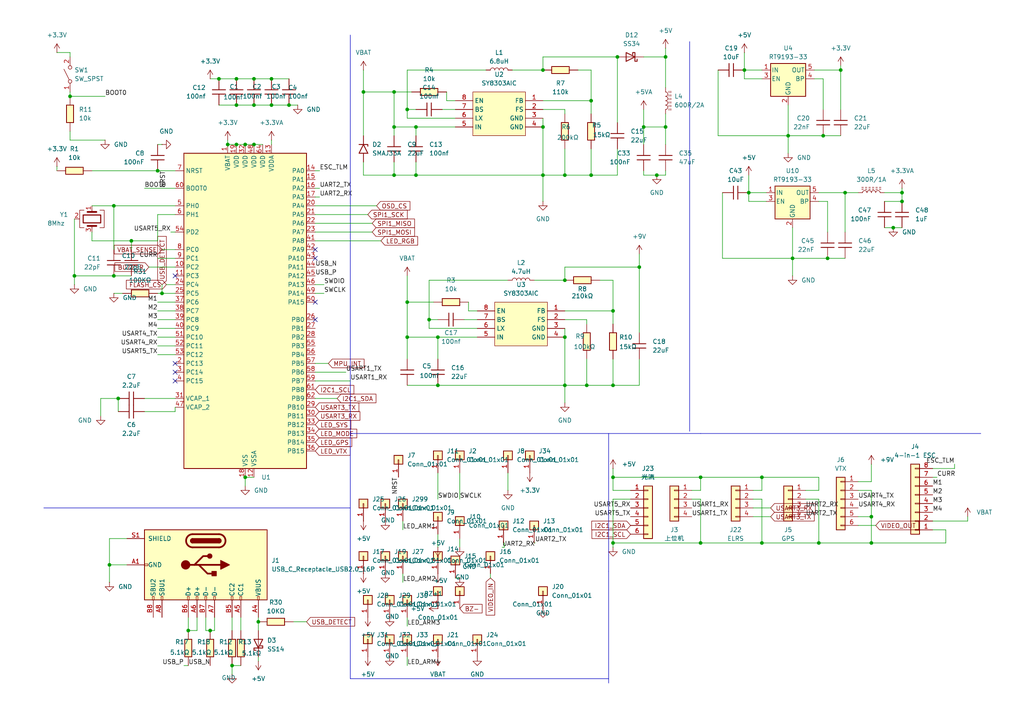
<source format=kicad_sch>
(kicad_sch (version 20250114) (generator "eeschema") (generator_version "9.0")
  (paper "A4")
  (junction (at 220.98 138.43))
  (junction (at 170.18 111.76))
  (junction (at 252.73 149.86))
  (junction (at 71.12 138.43))
  (junction (at 73.66 41.91))
  (junction (at 238.76 39.37))
  (junction (at 237.49 157.48))
  (junction (at 228.6 39.37))
  (junction (at 243.84 20.32))
  (junction (at 220.98 157.48))
  (junction (at 33.02 59.69))
  (junction (at 33.02 80.01))
  (junction (at 114.3 36.83))
  (junction (at 67.31 193.04))
  (junction (at 185.42 77.47))
  (junction (at 46.99 85.09))
  (junction (at 71.12 41.91))
  (junction (at 124.46 92.71))
  (junction (at 120.65 36.83))
  (junction (at 261.62 58.42))
  (junction (at 34.29 115.57))
  (junction (at 114.3 26.67))
  (junction (at 78.74 22.86))
  (junction (at 68.58 30.48))
  (junction (at 68.58 41.91))
  (junction (at 163.83 81.28))
  (junction (at 74.93 180.34))
  (junction (at 171.45 50.8))
  (junction (at 259.08 66.04))
  (junction (at 203.2 138.43))
  (junction (at 252.73 157.48))
  (junction (at 68.58 22.86))
  (junction (at 177.8 138.43))
  (junction (at 245.11 55.88))
  (junction (at 157.48 50.8))
  (junction (at 157.48 36.83))
  (junction (at 193.04 16.51))
  (junction (at 186.69 36.83))
  (junction (at 203.2 157.48))
  (junction (at 83.82 30.48))
  (junction (at 177.8 157.48))
  (junction (at 105.41 26.67))
  (junction (at 21.59 80.01))
  (junction (at 240.03 74.93))
  (junction (at 78.74 30.48))
  (junction (at 73.66 22.86))
  (junction (at 157.48 20.32))
  (junction (at 63.5 22.86))
  (junction (at 177.8 90.17))
  (junction (at 118.11 87.63))
  (junction (at 229.87 74.93))
  (junction (at 127 97.79))
  (junction (at 171.45 29.21))
  (junction (at 60.96 182.88))
  (junction (at 20.32 27.94))
  (junction (at 217.17 55.88))
  (junction (at 190.5 50.8))
  (junction (at 66.04 41.91))
  (junction (at 38.1 69.85))
  (junction (at 163.83 50.8))
  (junction (at 163.83 111.76))
  (junction (at 261.62 55.88))
  (junction (at 118.11 31.75))
  (junction (at 114.3 50.8))
  (junction (at 31.75 163.83))
  (junction (at 177.8 111.76))
  (junction (at 45.72 49.53))
  (junction (at 54.61 182.88))
  (junction (at 215.9 20.32))
  (junction (at 120.65 50.8))
  (junction (at 127 111.76))
  (junction (at 193.04 36.83))
  (junction (at 118.11 97.79))
  (junction (at 73.66 30.48))
  (junction (at 163.83 97.79))
  (junction (at 179.07 16.51))
  (no_connect (at 50.8 110.49))
  (no_connect (at 50.8 105.41))
  (no_connect (at 91.44 74.93))
  (no_connect (at 50.8 80.01))
  (no_connect (at 91.44 92.71))
  (no_connect (at 91.44 72.39))
  (no_connect (at 91.44 87.63))
  (no_connect (at 50.8 107.95))
  (wire (pts (xy 16.51 15.24) (xy 20.32 15.24)))
  (wire (pts (xy 203.2 157.48) (xy 220.98 157.48)))
  (wire (pts (xy 140.97 20.32) (xy 118.11 20.32)))
  (wire (pts (xy 163.83 50.8) (xy 171.45 50.8)))
  (wire (pts (xy 270.51 135.89) (xy 276.86 135.89)))
  (wire (pts (xy 163.83 77.47) (xy 185.42 77.47)))
  (wire (pts (xy 68.58 30.48) (xy 73.66 30.48)))
  (wire (pts (xy 171.45 29.21) (xy 171.45 33.02)))
  (wire (pts (xy 146.2609 158.75) (xy 146.2609 157.48)))
  (wire (pts (xy 208.28 39.37) (xy 208.28 20.32)))
  (wire (pts (xy 220.98 142.24) (xy 218.44 142.24)))
  (wire (pts (xy 203.2 138.43) (xy 203.2 142.24)))
  (wire (pts (xy 54.61 193.04) (xy 53.34 193.04)))
  (wire (pts (xy 45.72 90.17) (xy 50.8 90.17)))
  (wire (pts (xy 270.51 151.13) (xy 280.67 151.13)))
  (wire (pts (xy 236.22 20.32) (xy 243.84 20.32)))
  (wire (pts (xy 182.88 142.24) (xy 177.8 142.24)))
  (wire (pts (xy 26.67 49.53) (xy 45.72 49.53)))
  (wire (pts (xy 35.56 85.09) (xy 33.02 85.09)))
  (wire (pts (xy 93.98 82.55) (xy 91.44 82.55)))
  (wire (pts (xy 91.44 59.69) (xy 109.22 59.69)))
  (wire (pts (xy 240.03 58.42) (xy 237.49 58.42)))
  (wire (pts (xy 276.86 135.89) (xy 276.86 134.62)))
  (wire (pts (xy 73.66 22.86) (xy 78.74 22.86)))
  (wire (pts (xy 74.93 180.34) (xy 74.93 179.07)))
  (wire (pts (xy 167.64 20.32) (xy 171.45 20.32)))
  (wire (pts (xy 67.31 195.58) (xy 67.31 193.04)))
  (wire (pts (xy 100.33 107.95) (xy 91.44 107.95)))
  (wire (pts (xy 45.72 62.23) (xy 45.72 69.85)))
  (wire (pts (xy 127 111.76) (xy 163.83 111.76)))
  (wire (pts (xy 45.72 74.93) (xy 50.8 74.93)))
  (wire (pts (xy 217.17 55.88) (xy 222.25 55.88)))
  (wire (pts (xy 114.3 36.83) (xy 114.3 39.37)))
  (wire (pts (xy 193.04 36.83) (xy 193.04 41.91)))
  (wire (pts (xy 120.65 46.99) (xy 120.65 50.8)))
  (wire (pts (xy 110.49 69.85) (xy 91.44 69.85)))
  (wire (pts (xy 45.72 95.25) (xy 50.8 95.25)))
  (wire (pts (xy 41.91 119.38) (xy 50.8 119.38)))
  (wire (pts (xy 45.72 97.79) (xy 50.8 97.79)))
  (wire (pts (xy 118.11 80.01) (xy 118.11 87.63)))
  (wire (pts (xy 238.76 39.37) (xy 243.84 39.37)))
  (wire (pts (xy 118.11 34.29) (xy 118.11 31.75)))
  (wire (pts (xy 68.58 41.91) (xy 71.12 41.91)))
  (wire (pts (xy 157.48 29.21) (xy 171.45 29.21)))
  (wire (pts (xy 114.3 26.67) (xy 114.3 36.83)))
  (wire (pts (xy 128.27 31.75) (xy 132.08 31.75)))
  (wire (pts (xy 46.99 72.39) (xy 50.8 72.39)))
  (wire (pts (xy 116.84 153.67) (xy 116.84 151.13)))
  (wire (pts (xy 157.48 31.75) (xy 163.83 31.75)))
  (wire (pts (xy 200.66 144.78) (xy 203.2 144.78)))
  (wire (pts (xy 118.11 193.04) (xy 118.11 190.5)))
  (wire (pts (xy 124.46 95.25) (xy 124.46 92.71)))
  (wire (pts (xy 45.72 62.23) (xy 50.8 62.23)))
  (wire (pts (xy 147.32 81.28) (xy 124.46 81.28)))
  (wire (pts (xy 243.84 19.05) (xy 243.84 20.32)))
  (polyline (pts (xy 203.2 125.73) (xy 284.48 125.73)))
  (wire (pts (xy 229.87 74.93) (xy 229.87 66.04)))
  (wire (pts (xy 132.08 36.83) (xy 120.65 36.83)))
  (wire (pts (xy 142.24 166.37) (xy 142.24 167.64)))
  (wire (pts (xy 240.03 74.93) (xy 245.11 74.93)))
  (wire (pts (xy 71.12 41.91) (xy 73.66 41.91)))
  (wire (pts (xy 127 144.78) (xy 127 137.16)))
  (wire (pts (xy 154.94 81.28) (xy 163.83 81.28)))
  (wire (pts (xy 179.07 16.51) (xy 179.07 35.56)))
  (wire (pts (xy 73.66 41.91) (xy 76.2 41.91)))
  (wire (pts (xy 208.28 39.37) (xy 228.6 39.37)))
  (wire (pts (xy 177.8 157.48) (xy 177.8 158.75)))
  (wire (pts (xy 33.02 59.69) (xy 50.8 59.69)))
  (wire (pts (xy 186.69 31.75) (xy 186.69 36.83)))
  (wire (pts (xy 43.18 77.47) (xy 50.8 77.47)))
  (wire (pts (xy 240.03 67.31) (xy 240.03 58.42)))
  (wire (pts (xy 163.83 92.71) (xy 170.18 92.71)))
  (wire (pts (xy 209.55 74.93) (xy 209.55 55.88)))
  (wire (pts (xy 193.04 33.02) (xy 193.04 36.83)))
  (wire (pts (xy 218.44 147.32) (xy 223.52 147.32)))
  (wire (pts (xy 248.92 149.86) (xy 252.73 149.86)))
  (wire (pts (xy 21.59 63.5) (xy 21.59 80.01)))
  (wire (pts (xy 114.3 50.8) (xy 120.65 50.8)))
  (wire (pts (xy 163.83 31.75) (xy 163.83 33.02)))
  (wire (pts (xy 29.21 120.65) (xy 29.21 115.57)))
  (wire (pts (xy 146.2609 157.48) (xy 146.05 157.48)))
  (wire (pts (xy 155.1509 157.48) (xy 154.94 157.48)))
  (wire (pts (xy 97.79 115.57) (xy 91.44 115.57)))
  (wire (pts (xy 45.72 100.33) (xy 50.8 100.33)))
  (wire (pts (xy 127 154.94) (xy 127 158.75)))
  (wire (pts (xy 132.08 34.29) (xy 118.11 34.29)))
  (wire (pts (xy 120.65 36.83) (xy 114.3 36.83)))
  (wire (pts (xy 114.3 46.99) (xy 114.3 50.8)))
  (wire (pts (xy 220.98 22.86) (xy 215.9 22.86)))
  (wire (pts (xy 135.89 90.17) (xy 138.43 90.17)))
  (wire (pts (xy 20.32 40.64) (xy 20.32 38.1)))
  (wire (pts (xy 259.08 66.04) (xy 261.62 66.04)))
  (wire (pts (xy 217.17 50.8) (xy 217.17 55.88)))
  (wire (pts (xy 157.48 36.83) (xy 157.48 50.8)))
  (wire (pts (xy 21.59 80.01) (xy 21.59 82.55)))
  (wire (pts (xy 203.2 138.43) (xy 220.98 138.43)))
  (wire (pts (xy 116.84 168.91) (xy 116.84 166.37)))
  (wire (pts (xy 220.98 144.78) (xy 220.98 157.48)))
  (wire (pts (xy 91.44 54.61) (xy 92.71 54.61)))
  (wire (pts (xy 186.69 36.83) (xy 186.69 41.91)))
  (wire (pts (xy 69.85 182.88) (xy 69.85 179.07)))
  (wire (pts (xy 134.62 92.71) (xy 138.43 92.71)))
  (wire (pts (xy 237.49 157.48) (xy 252.73 157.48)))
  (wire (pts (xy 66.04 41.91) (xy 68.58 41.91)))
  (wire (pts (xy 185.42 77.47) (xy 185.42 96.52)))
  (wire (pts (xy 179.07 50.8) (xy 179.07 43.18)))
  (wire (pts (xy 229.87 74.93) (xy 240.03 74.93)))
  (wire (pts (xy 238.76 31.75) (xy 238.76 22.86)))
  (wire (pts (xy 118.11 181.61) (xy 118.11 179.07)))
  (wire (pts (xy 63.5 22.86) (xy 68.58 22.86)))
  (wire (pts (xy 78.74 40.64) (xy 78.74 41.91)))
  (wire (pts (xy 124.46 92.71) (xy 127 92.71)))
  (wire (pts (xy 59.69 182.88) (xy 60.96 182.88)))
  (wire (pts (xy 118.11 97.79) (xy 127 97.79)))
  (wire (pts (xy 171.45 50.8) (xy 171.45 43.18)))
  (wire (pts (xy 118.11 97.79) (xy 118.11 104.14)))
  (polyline (pts (xy 200.025 12.065) (xy 200.025 125.095)))
  (wire (pts (xy 163.83 81.28) (xy 163.83 77.47)))
  (wire (pts (xy 170.18 111.76) (xy 170.18 104.14)))
  (wire (pts (xy 67.31 182.88) (xy 67.31 179.07)))
  (wire (pts (xy 101.6 110.49) (xy 91.44 110.49)))
  (wire (pts (xy 50.8 115.57) (xy 41.91 115.57)))
  (polyline (pts (xy 12.7 147.32) (xy 101.6 147.32)))
  (wire (pts (xy 73.66 30.48) (xy 78.74 30.48)))
  (wire (pts (xy 132.08 167.64) (xy 133.35 167.64)))
  (wire (pts (xy 16.51 48.26) (xy 16.51 49.53)))
  (wire (pts (xy 186.69 16.51) (xy 193.04 16.51)))
  (wire (pts (xy 91.44 67.31) (xy 107.95 67.31)))
  (wire (pts (xy 34.29 115.57) (xy 34.29 119.38)))
  (wire (pts (xy 171.45 50.8) (xy 179.07 50.8)))
  (wire (pts (xy 163.83 95.25) (xy 163.83 97.79)))
  (wire (pts (xy 177.8 81.28) (xy 177.8 90.17)))
  (wire (pts (xy 177.8 144.78) (xy 177.8 157.48)))
  (wire (pts (xy 38.1 69.85) (xy 45.72 69.85)))
  (wire (pts (xy 252.73 142.24) (xy 252.73 149.86)))
  (wire (pts (xy 78.74 30.48) (xy 83.82 30.48)))
  (wire (pts (xy 114.3 26.67) (xy 119.38 26.67)))
  (wire (pts (xy 138.43 97.79) (xy 127 97.79)))
  (wire (pts (xy 256.54 66.04) (xy 259.08 66.04)))
  (wire (pts (xy 237.49 142.24) (xy 233.68 142.24)))
  (wire (pts (xy 256.54 58.42) (xy 261.62 58.42)))
  (wire (pts (xy 105.41 26.67) (xy 114.3 26.67)))
  (wire (pts (xy 186.69 36.83) (xy 193.04 36.83)))
  (wire (pts (xy 237.49 142.24) (xy 237.49 138.43)))
  (wire (pts (xy 86.36 30.48) (xy 83.82 30.48)))
  (wire (pts (xy 157.48 34.29) (xy 157.48 36.83)))
  (wire (pts (xy 124.46 81.28) (xy 124.46 92.71)))
  (wire (pts (xy 220.98 138.43) (xy 237.49 138.43)))
  (wire (pts (xy 177.8 111.76) (xy 177.8 104.14)))
  (wire (pts (xy 105.41 20.32) (xy 105.41 26.67)))
  (wire (pts (xy 233.68 144.78) (xy 237.49 144.78)))
  (wire (pts (xy 129.54 26.67) (xy 129.54 29.21)))
  (wire (pts (xy 274.32 153.67) (xy 270.51 153.67)))
  (wire (pts (xy 74.93 191.77) (xy 74.93 190.5)))
  (wire (pts (xy 120.65 50.8) (xy 157.48 50.8)))
  (wire (pts (xy 193.04 50.8) (xy 193.04 49.53)))
  (wire (pts (xy 163.83 97.79) (xy 163.83 111.76)))
  (wire (pts (xy 252.73 157.48) (xy 274.32 157.48)))
  (wire (pts (xy 127 97.79) (xy 127 104.14)))
  (wire (pts (xy 245.11 55.88) (xy 245.11 67.31)))
  (wire (pts (xy 129.54 29.21) (xy 132.08 29.21)))
  (wire (pts (xy 182.88 144.78) (xy 177.8 144.78)))
  (wire (pts (xy 45.72 102.87) (xy 50.8 102.87)))
  (wire (pts (xy 163.83 111.76) (xy 170.18 111.76)))
  (wire (pts (xy 50.8 119.38) (xy 50.8 118.11)))
  (wire (pts (xy 157.48 50.8) (xy 163.83 50.8)))
  (wire (pts (xy 170.18 92.71) (xy 170.18 93.98)))
  (wire (pts (xy 261.62 55.88) (xy 261.62 58.42)))
  (wire (pts (xy 45.72 92.71) (xy 50.8 92.71)))
  (wire (pts (xy 280.67 151.13) (xy 280.67 149.86)))
  (polyline (pts (xy 101.6 10.16) (xy 101.6 196.85)))
  (wire (pts (xy 252.73 149.86) (xy 252.73 157.48)))
  (wire (pts (xy 74.93 182.88) (xy 74.93 180.34)))
  (wire (pts (xy 88.9 180.34) (xy 85.09 180.34)))
  (wire (pts (xy 177.8 90.17) (xy 177.8 93.98)))
  (wire (pts (xy 60.96 182.88) (xy 62.23 182.88)))
  (wire (pts (xy 118.11 87.63) (xy 125.73 87.63)))
  (wire (pts (xy 105.41 46.99) (xy 105.41 50.8)))
  (wire (pts (xy 33.02 72.39) (xy 33.02 59.69)))
  (wire (pts (xy 105.41 39.37) (xy 105.41 26.67)))
  (wire (pts (xy 248.92 139.7) (xy 252.73 139.7)))
  (wire (pts (xy 228.6 39.37) (xy 238.76 39.37)))
  (wire (pts (xy 31.75 163.83) (xy 36.83 163.83)))
  (wire (pts (xy 238.76 22.86) (xy 236.22 22.86)))
  (wire (pts (xy 68.58 22.86) (xy 73.66 22.86)))
  (wire (pts (xy 71.12 140.97) (xy 71.12 138.43)))
  (wire (pts (xy 222.25 58.42) (xy 217.17 58.42)))
  (wire (pts (xy 20.32 27.94) (xy 30.48 27.94)))
  (wire (pts (xy 120.65 36.83) (xy 120.65 39.37)))
  (wire (pts (xy 177.8 157.48) (xy 203.2 157.48)))
  (wire (pts (xy 171.45 20.32) (xy 171.45 29.21)))
  (wire (pts (xy 59.69 179.07) (xy 59.69 182.88)))
  (wire (pts (xy 177.8 138.43) (xy 177.8 142.24)))
  (wire (pts (xy 26.67 59.69) (xy 33.02 59.69)))
  (wire (pts (xy 215.9 20.32) (xy 220.98 20.32)))
  (wire (pts (xy 118.11 20.32) (xy 118.11 31.75)))
  (wire (pts (xy 243.84 20.32) (xy 243.84 31.75)))
  (wire (pts (xy 248.92 55.88) (xy 245.11 55.88)))
  (wire (pts (xy 91.44 57.15) (xy 92.71 57.15)))
  (wire (pts (xy 105.41 50.8) (xy 114.3 50.8)))
  (wire (pts (xy 66.04 40.64) (xy 66.04 41.91)))
  (wire (pts (xy 41.91 54.61) (xy 50.8 54.61)))
  (wire (pts (xy 157.48 16.51) (xy 179.07 16.51)))
  (wire (pts (xy 57.15 182.88) (xy 57.15 179.07)))
  (wire (pts (xy 21.59 80.01) (xy 33.02 80.01)))
  (wire (pts (xy 118.11 31.75) (xy 120.65 31.75)))
  (wire (pts (xy 145.6282 158.75) (xy 146.2609 158.75)))
  (wire (pts (xy 220.98 157.48) (xy 237.49 157.48)))
  (wire (pts (xy 30.48 40.64) (xy 20.32 40.64)))
  (wire (pts (xy 133.35 144.78) (xy 133.35 137.16)))
  (wire (pts (xy 60.96 22.86) (xy 63.5 22.86)))
  (wire (pts (xy 147.32 142.24) (xy 147.32 137.16)))
  (wire (pts (xy 203.2 142.24) (xy 200.66 142.24)))
  (wire (pts (xy 190.5 50.8) (xy 193.04 50.8)))
  (wire (pts (xy 45.72 41.91) (xy 46.99 41.91)))
  (wire (pts (xy 215.9 15.24) (xy 215.9 20.32)))
  (wire (pts (xy 31.75 156.21) (xy 31.75 163.83)))
  (wire (pts (xy 157.48 20.32) (xy 157.48 16.51)))
  (wire (pts (xy 186.69 50.8) (xy 186.69 49.53)))
  (wire (pts (xy 20.32 26.67) (xy 20.32 27.94)))
  (wire (pts (xy 217.17 58.42) (xy 217.17 55.88)))
  (wire (pts (xy 54.61 179.07) (xy 54.61 182.88)))
  (wire (pts (xy 177.8 135.89) (xy 177.8 138.43)))
  (wire (pts (xy 46.99 85.09) (xy 50.8 85.09)))
  (wire (pts (xy 155.1509 157.4017) (xy 155.1509 157.48)))
  (polyline (pts (xy 176.53 125.73) (xy 176.53 165.735)))
  (wire (pts (xy 33.02 80.01) (xy 38.1 80.01)))
  (wire (pts (xy 31.75 163.83) (xy 31.75 168.91)))
  (polyline (pts (xy 176.53 196.85) (xy 101.6 196.85)))
  (wire (pts (xy 237.49 55.88) (xy 245.11 55.88)))
  (wire (pts (xy 45.72 85.09) (xy 46.99 85.09)))
  (wire (pts (xy 93.98 85.09) (xy 91.44 85.09)))
  (wire (pts (xy 49.53 67.31) (xy 50.8 67.31)))
  (wire (pts (xy 218.44 144.78) (xy 220.98 144.78)))
  (wire (pts (xy 91.44 62.23) (xy 106.68 62.23)))
  (wire (pts (xy 186.69 50.8) (xy 190.5 50.8)))
  (wire (pts (xy 170.18 111.76) (xy 177.8 111.76)))
  (wire (pts (xy 46.99 82.55) (xy 46.99 85.09)))
  (wire (pts (xy 92.71 49.53) (xy 91.44 49.53)))
  (wire (pts (xy 193.04 16.51) (xy 193.04 25.4)))
  (wire (pts (xy 48.26 82.55) (xy 50.8 82.55)))
  (wire (pts (xy 26.67 69.85) (xy 38.1 69.85)))
  (wire (pts (xy 220.98 138.43) (xy 220.98 142.24)))
  (wire (pts (xy 173.99 81.28) (xy 177.8 81.28)))
  (wire (pts (xy 163.83 90.17) (xy 177.8 90.17)))
  (polyline (pts (xy 203.2 125.73) (xy 101.6 125.73)))
  (wire (pts (xy 36.83 156.21) (xy 31.75 156.21)))
  (wire (pts (xy 135.89 87.63) (xy 135.89 90.17)))
  (wire (pts (xy 45.72 49.53) (xy 50.8 49.53)))
  (wire (pts (xy 203.2 144.78) (xy 203.2 157.48)))
  (wire (pts (xy 163.83 50.8) (xy 163.83 43.18)))
  (wire (pts (xy 193.04 13.97) (xy 193.04 16.51)))
  (wire (pts (xy 91.44 64.77) (xy 107.95 64.77)))
  (wire (pts (xy 71.12 138.43) (xy 73.66 138.43)))
  (wire (pts (xy 261.62 54.61) (xy 261.62 55.88)))
  (wire (pts (xy 252.73 134.62) (xy 252.73 139.7)))
  (wire (pts (xy 228.6 39.37) (xy 228.6 30.48)))
  (wire (pts (xy 54.61 182.88) (xy 57.15 182.88)))
  (wire (pts (xy 215.9 22.86) (xy 215.9 20.32)))
  (wire (pts (xy 38.1 72.39) (xy 38.1 69.85)))
  (wire (pts (xy 248.92 142.24) (xy 252.73 142.24)))
  (polyline (pts (xy 176.53 165.735) (xy 176.53 198.12)))
  (wire (pts (xy 177.8 138.43) (xy 203.2 138.43)))
  (wire (pts (xy 62.23 182.88) (xy 62.23 179.07)))
  (wire (pts (xy 148.59 20.32) (xy 157.48 20.32)))
  (wire (pts (xy 20.32 16.51) (xy 20.32 15.24)))
  (wire (pts (xy 163.83 111.76) (xy 163.83 116.84)))
  (wire (pts (xy 133.35 156.21) (xy 133.35 158.75)))
  (wire (pts (xy 26.67 69.85) (xy 26.67 67.31)))
  (wire (pts (xy 118.11 87.63) (xy 118.11 97.79)))
  (wire (pts (xy 270.51 138.43) (xy 271.78 138.43)))
  (wire (pts (xy 45.72 87.63) (xy 50.8 87.63)))
  (wire (pts (xy 223.52 149.86) (xy 218.44 149.86)))
  (wire (pts (xy 229.87 74.93) (xy 229.87 80.01)))
  (wire (pts (xy 118.11 111.76) (xy 127 111.76)))
  (wire (pts (xy 274.32 157.48) (xy 274.32 153.67)))
  (wire (pts (xy 138.43 95.25) (xy 124.46 95.25)))
  (wire (pts (xy 177.8 111.76) (xy 185.42 111.76)))
  (wire (pts (xy 29.21 115.57) (xy 34.29 115.57)))
  (wire (pts (xy 256.54 55.88) (xy 261.62 55.88)))
  (wire (pts (xy 248.92 152.4) (xy 254 152.4)))
  (wire (pts (xy 67.31 193.04) (xy 69.85 193.04)))
  (wire (pts (xy 185.42 73.66) (xy 185.42 77.47)))
  (wire (pts (xy 78.74 22.86) (xy 83.82 22.86)))
  (wire (pts (xy 95.25 105.41) (xy 91.44 105.41)))
  (wire (pts (xy 185.42 111.76) (xy 185.42 104.14)))
  (wire (pts (xy 63.5 30.48) (xy 68.58 30.48)))
  (wire (pts (xy 157.48 50.8) (xy 157.48 58.42)))
  (wire (pts (xy 209.55 74.93) (xy 229.87 74.93)))
  (wire (pts (xy 237.49 144.78) (xy 237.49 157.48)))
  (wire (pts (xy 228.6 39.37) (xy 228.6 44.45)))
  (label "UART2_TX" (at 155.1509 157.4017 0))
  (label "M1" (at 45.72 87.63 180))
  (label "UART2_RX" (at 92.71 57.15 0))
  (label "LED_ARM1" (at 116.84 153.67 0))
  (label "USART4_TX" (at 45.72 97.79 180))
  (label "USART4_RX" (at 248.92 147.32 0))
  (label "NRST" (at 115.57 138.43 270))
  (label "USART1_TX" (at 200.66 149.86 0))
  (label "SWCLK" (at 133.35 144.78 0))
  (label "USART5_RX" (at 182.88 147.32 180))
  (label "M1" (at 270.51 140.97 0))
  (label "USB_P" (at 53.34 193.04 180))
  (label "USART4_RX" (at 45.72 100.33 180))
  (label "LED_ARM3" (at 118.11 181.61 0))
  (label "USART5_TX" (at 182.88 149.86 180))
  (label "USART4_TX" (at 248.92 144.78 0))
  (label "LED_ARM4" (at 118.11 193.04 0))
  (label "SWDIO" (at 127 144.78 0))
  (label "UART2_RX" (at 233.68 147.32 0))
  (label "USART5_RX" (at 49.53 67.31 180))
  (label "BOOT0" (at 30.48 27.94 0))
  (label "UART2_TX" (at 233.68 149.86 0))
  (label "M3" (at 45.72 92.71 180))
  (label "ESC_TLM" (at 92.71 49.53 0))
  (label "USART1_TX" (at 100.33 107.95 0))
  (label "UART2_TX" (at 92.71 54.61 0))
  (label "USART5_TX" (at 45.72 102.87 180))
  (label "ESC_TLM" (at 276.86 134.62 180))
  (label "CURR" (at 45.72 74.93 180))
  (label "UART2_RX" (at 145.6282 158.75 0))
  (label "M2" (at 270.51 143.51 0))
  (label "USB_N" (at 60.96 193.04 180))
  (label "M2" (at 45.72 90.17 180))
  (label "M3" (at 270.51 146.05 0))
  (label "SWCLK" (at 93.98 85.09 0))
  (label "USART1_RX" (at 200.66 147.32 0))
  (label "M4" (at 45.72 95.25 180))
  (label "LED_ARM2" (at 116.84 168.91 0))
  (label "USB_N" (at 91.44 77.47 0))
  (label "M4" (at 270.51 148.59 0))
  (label "NRST" (at 48.26 49.53 270))
  (label "USB_P" (at 91.44 80.01 0))
  (label "BOOT0" (at 41.91 54.61 0))
  (label "USART1_RX" (at 101.6 110.49 0))
  (label "SWDIO" (at 93.98 82.55 0))
  (label "CURR" (at 271.78 138.43 0))
  (global_label "BUZZER" (shape input) (at 43.18 77.47 180) (property "Intersheetrefs" "${INTERSHEET_REFS}" (effects (hide yes))))
  (global_label "USART3_RX" (shape input) (at 91.44 120.65 0) (property "Intersheetrefs" "${INTERSHEET_REFS}" (effects (hide yes))))
  (global_label "LED_VTX" (shape input) (at 91.44 130.81 0) (property "Intersheetrefs" "${INTERSHEET_REFS}" (effects (hide yes))))
  (global_label "I2C1_SCL" (shape input) (at 91.44 113.03 0) (property "Intersheetrefs" "${INTERSHEET_REFS}" (effects (hide yes))))
  (global_label "USB_DETECT" (shape input) (at 88.9 180.34 0) (property "Intersheetrefs" "${INTERSHEET_REFS}" (effects (hide yes))))
  (global_label "USART3_RX" (shape input) (at 223.52 147.32 0) (property "Intersheetrefs" "${INTERSHEET_REFS}" (effects (hide yes))))
  (global_label "SPI1_MISO" (shape input) (at 107.95 64.77 0) (property "Intersheetrefs" "${INTERSHEET_REFS}" (effects (hide yes))))
  (global_label "USART3_TX" (shape input) (at 91.44 118.11 0) (property "Intersheetrefs" "${INTERSHEET_REFS}" (effects (hide yes))))
  (global_label "BZ-" (shape input) (at 133.35 176.53 0) (property "Intersheetrefs" "${INTERSHEET_REFS}" (effects (hide yes))))
  (global_label "VIDEO_OUT" (shape input) (at 254 152.4 0) (property "Intersheetrefs" "${INTERSHEET_REFS}" (effects (hide yes))))
  (global_label "OSD_CS" (shape input) (at 109.22 59.69 0) (property "Intersheetrefs" "${INTERSHEET_REFS}" (effects (hide yes))))
  (global_label "USART3_TX" (shape input) (at 223.52 149.86 0) (property "Intersheetrefs" "${INTERSHEET_REFS}" (effects (hide yes))))
  (global_label "LED_RGB" (shape input) (at 110.49 69.85 0) (property "Intersheetrefs" "${INTERSHEET_REFS}" (effects (hide yes))))
  (global_label "I2C1_SCL" (shape input) (at 182.88 154.94 180) (property "Intersheetrefs" "${INTERSHEET_REFS}" (effects (hide yes))))
  (global_label "LED_SYS" (shape input) (at 91.44 123.19 0) (property "Intersheetrefs" "${INTERSHEET_REFS}" (effects (hide yes))))
  (global_label "VBAT_SENSE" (shape input) (at 46.99 72.39 180) (property "Intersheetrefs" "${INTERSHEET_REFS}" (effects (hide yes))))
  (global_label "USB_DETECT" (shape input) (at 46.99 82.55 90) (property "Intersheetrefs" "${INTERSHEET_REFS}" (effects (hide yes))))
  (global_label "I2C1_SDA" (shape input) (at 97.79 115.57 0) (property "Intersheetrefs" "${INTERSHEET_REFS}" (effects (hide yes))))
  (global_label "FLASH_CS" (shape input) (at 48.26 82.55 180) (property "Intersheetrefs" "${INTERSHEET_REFS}" (effects (hide yes))))
  (global_label "LED_MODE" (shape input) (at 91.44 125.73 0) (property "Intersheetrefs" "${INTERSHEET_REFS}" (effects (hide yes))))
  (global_label "SPI1_MOSI" (shape input) (at 107.95 67.31 0) (property "Intersheetrefs" "${INTERSHEET_REFS}" (effects (hide yes))))
  (global_label "MPU_INT" (shape input) (at 95.25 105.41 0) (property "Intersheetrefs" "${INTERSHEET_REFS}" (effects (hide yes))))
  (global_label "I2C1_SDA" (shape input) (at 182.88 152.4 180) (property "Intersheetrefs" "${INTERSHEET_REFS}" (effects (hide yes))))
  (global_label "LED_GPS" (shape input) (at 91.44 128.27 0) (property "Intersheetrefs" "${INTERSHEET_REFS}" (effects (hide yes))))
  (global_label "VIDEO_IN" (shape input) (at 142.24 167.64 270) (property "Intersheetrefs" "${INTERSHEET_REFS}" (effects (hide yes))))
  (global_label "SPI1_SCK" (shape input) (at 106.68 62.23 0) (property "Intersheetrefs" "${INTERSHEET_REFS}" (effects (hide yes))))
  (symbol (lib_id "PCM_fab:C_0603") (at 120.65 43.18 0) (unit 1)
    (property "Reference" "C13" (at 124.46 41.9099 0) (effects (justify left)))
    (property "Value" "100nf" (at 124.46 44.4499 0) (effects (justify left)))
    (property "Footprint" "PCM_fab:C_0603" (effects (hide yes)))
    (property "Datasheet" "https://www.yageo.com/upload/media/product/productsearch/datasheet/mlcc/UPY-GP_NP0_16V-to-50V_18.pdf" (effects (hide yes)))
    (property "Description" "Unpolarized capacitor, SMD, 1206" (effects (hide yes)))
  )
  (symbol (lib_id "Connector_Generic:Conn_01x01") (at 113.03 185.42 90) (unit 1)
    (property "Reference" "J32" (at 115.57 184.1499 90) (effects (justify right)))
    (property "Value" "Conn_01x01" (at 115.57 186.6899 90) (effects (justify right)))
    (property "Footprint" "Connector_Wire:SolderWirePad_1x01_SMD_1x2mm" (effects (hide yes)))
    (property "Description" "Generic connector, single row, 01x01, script generated (kicad-library-utils/schlib/autogen/connector/)" (effects (hide yes)))
  )
  (symbol (lib_id "power:+3.3V") (at 153.67 137.16 180) (unit 1)
    (property "Reference" "#PWR048" (effects (hide yes)))
    (property "Value" "+3.3V" (at 153.67 142.24 0))
    (property "Description" "Power symbol creates a global label with name \"+3.3V\"" (effects (hide yes)))
  )
  (symbol (lib_id "Device:L") (at 151.13 81.28 90) (unit 1)
    (property "Reference" "L2" (at 151.13 76.2 90))
    (property "Value" "4.7uH" (at 151.13 78.74 90))
    (property "Footprint" "Inductor_SMD:L_Bourns-SRN4018" (effects (hide yes)))
    (property "Description" "Inductor" (effects (hide yes)))
  )
  (symbol (lib_id "power:+5V") (at 127 166.37 180) (unit 1)
    (property "Reference" "#PWR067" (effects (hide yes)))
    (property "Value" "+5V" (at 127.762 168.402 0))
    (property "Description" "Power symbol creates a global label with name \"+5V\"" (effects (hide yes)))
  )
  (symbol (lib_id "Connector_Generic:Conn_01x01") (at 115.57 133.35 90) (unit 1)
    (property "Reference" "J7" (at 118.11 132.0799 90) (effects (justify right)))
    (property "Value" "Conn_01x01" (at 118.11 134.6199 90) (effects (justify right)))
    (property "Footprint" "Connector_Wire:SolderWirePad_1x01_SMD_1x2mm" (effects (hide yes)))
    (property "Description" "Generic connector, single row, 01x01, script generated (kicad-library-utils/schlib/autogen/connector/)" (effects (hide yes)))
  )
  (symbol (lib_id "PCM_fab:C_0603") (at 186.69 45.72 0) (unit 1)
    (property "Reference" "C33" (at 182.88 44.4499 0) (effects (justify right)))
    (property "Value" "100nF" (at 182.88 46.9899 0) (effects (justify right)))
    (property "Footprint" "PCM_fab:C_0603" (effects (hide yes)))
    (property "Datasheet" "https://www.yageo.com/upload/media/product/productsearch/datasheet/mlcc/UPY-GP_NP0_16V-to-50V_18.pdf" (effects (hide yes)))
    (property "Description" "Unpolarized capacitor, SMD, 1206" (effects (hide yes)))
  )
  (symbol (lib_id "power:+3.3V") (at 60.96 22.86 0) (unit 1)
    (property "Reference" "#PWR02" (effects (hide yes)))
    (property "Value" "+3.3V" (at 60.96 17.78 0))
    (property "Description" "Power symbol creates a global label with name \"+3.3V\"" (effects (hide yes)))
  )
  (symbol (lib_id "power:VDD") (at 118.11 80.01 0) (unit 1)
    (property "Reference" "#PWR013" (effects (hide yes)))
    (property "Value" "VBAT" (at 118.11 74.93 0))
    (property "Description" "Power symbol creates a global label with name \"VDD\"" (effects (hide yes)))
  )
  (symbol (lib_id "power:GND") (at 111.76 151.13 0) (unit 1)
    (property "Reference" "#PWR035" (effects (hide yes)))
    (property "Value" "GND" (at 112.522 150.876 0))
    (property "Description" "Power symbol creates a global label with name \"GND\" , ground" (effects (hide yes)))
  )
  (symbol (lib_id "Connector_Generic:Conn_01x01") (at 132.08 162.56 90) (unit 1)
    (property "Reference" "J15" (at 134.62 161.2899 90) (effects (justify right)))
    (property "Value" "Conn_01x01" (at 134.62 163.8299 90) (effects (justify right)))
    (property "Footprint" "Connector_Wire:SolderWirePad_1x01_SMD_1x2mm" (effects (hide yes)))
    (property "Description" "Generic connector, single row, 01x01, script generated (kicad-library-utils/schlib/autogen/connector/)" (effects (hide yes)))
  )
  (symbol (lib_id "Connector_Generic:Conn_01x01") (at 111.76 161.29 90) (unit 1)
    (property "Reference" "J19" (at 114.3 160.0199 90) (effects (justify right)))
    (property "Value" "Conn_01x01" (at 114.3 162.5599 90) (effects (justify right)))
    (property "Footprint" "Connector_Wire:SolderWirePad_1x01_SMD_1x2mm" (effects (hide yes)))
    (property "Description" "Generic connector, single row, 01x01, script generated (kicad-library-utils/schlib/autogen/connector/)" (effects (hide yes)))
  )
  (symbol (lib_id "power:GND") (at 229.87 80.01 0) (unit 1)
    (property "Reference" "#PWR053" (effects (hide yes)))
    (property "Value" "GND" (at 232.41 81.2799 0) (effects (justify left)))
    (property "Description" "Power symbol creates a global label with name \"GND\" , ground" (effects (hide yes)))
  )
  (symbol (lib_id "Connector_Generic:Conn_01x01") (at 127 149.86 90) (unit 1)
    (property "Reference" "J9" (at 129.54 148.5899 90) (effects (justify right)))
    (property "Value" "Conn_01x01" (at 129.54 151.1299 90) (effects (justify right)))
    (property "Footprint" "Connector_Wire:SolderWirePad_1x01_SMD_1x2mm" (effects (hide yes)))
    (property "Description" "Generic connector, single row, 01x01, script generated (kicad-library-utils/schlib/autogen/connector/)" (effects (hide yes)))
  )
  (symbol (lib_id "power:+3.3V") (at 16.51 48.26 0) (unit 1)
    (property "Reference" "#PWR06" (effects (hide yes)))
    (property "Value" "+3.3V" (at 16.51 43.18 0))
    (property "Description" "Power symbol creates a global label with name \"+3.3V\"" (effects (hide yes)))
  )
  (symbol (lib_id "PCM_fab:C_0603") (at 213.36 55.88 270) (unit 1)
    (property "Reference" "C43" (at 213.36 49.53 90))
    (property "Value" "10uF" (at 213.36 52.07 90))
    (property "Footprint" "PCM_fab:C_0603" (effects (hide yes)))
    (property "Datasheet" "https://www.yageo.com/upload/media/product/productsearch/datasheet/mlcc/UPY-GP_NP0_16V-to-50V_18.pdf" (effects (hide yes)))
    (property "Description" "Unpolarized capacitor, SMD, 1206" (effects (hide yes)))
  )
  (symbol (lib_id "Connector_Generic:Conn_01x01") (at 113.03 173.99 90) (unit 1)
    (property "Reference" "J29" (at 115.57 172.7199 90) (effects (justify right)))
    (property "Value" "Conn_01x01" (at 115.57 175.2599 90) (effects (justify right)))
    (property "Footprint" "Connector_Wire:SolderWirePad_1x01_SMD_1x2mm" (effects (hide yes)))
    (property "Description" "Generic connector, single row, 01x01, script generated (kicad-library-utils/schlib/autogen/connector/)" (effects (hide yes)))
  )
  (symbol (lib_id "PCM_fab:C_0603") (at 45.72 45.72 0) (unit 1)
    (property "Reference" "C8" (at 41.91 44.4499 0) (effects (justify right)))
    (property "Value" "100nF" (at 41.91 46.9899 0) (effects (justify right)))
    (property "Footprint" "PCM_fab:C_0603" (effects (hide yes)))
    (property "Datasheet" "https://www.yageo.com/upload/media/product/productsearch/datasheet/mlcc/UPY-GP_NP0_16V-to-50V_18.pdf" (effects (hide yes)))
    (property "Description" "Unpolarized capacitor, SMD, 1206" (effects (hide yes)))
  )
  (symbol (lib_id "power:+3.3VA") (at 261.62 54.61 0) (unit 1)
    (property "Reference" "#PWR055" (effects (hide yes)))
    (property "Value" "+3.3VA" (at 261.62 49.53 0))
    (property "Description" "Power symbol creates a global label with name \"+3.3VA\"" (effects (hide yes)))
  )
  (symbol (lib_name "SY8303AIC_1") (lib_id "easyeda:SY8303AIC") (at 144.78 33.02 0) (mirror y) (unit 1)
    (property "Reference" "U2" (at 144.78 21.59 0))
    (property "Value" "SY8303AIC" (at 144.78 24.13 0))
    (property "Footprint" "Package_TO_SOT_SMD:TSOT-23-8" (effects (hide yes)))
    (property "Datasheet" "https://lcsc.com/product-detail/DC-DC-Converters_Silergy_SY8303AIC_SY8303AIC_C97054.html" (effects (hide yes)))
    (property "LCSC Part" "C97054" (effects (hide yes)))
  )
  (symbol (lib_id "power:+3.3V") (at 66.04 40.64 0) (unit 1)
    (property "Reference" "#PWR03" (effects (hide yes)))
    (property "Value" "+3.3V" (at 66.04 35.56 0))
    (property "Description" "Power symbol creates a global label with name \"+3.3V\"" (effects (hide yes)))
  )
  (symbol (lib_id "power:+5VA") (at 186.69 31.75 0) (mirror y) (unit 1)
    (property "Reference" "#PWR043" (effects (hide yes)))
    (property "Value" "+5VA" (at 186.69 26.67 0))
    (property "Description" "Power symbol creates a global label with name \"+5VA\"" (effects (hide yes)))
  )
  (symbol (lib_id "Connector_Generic:Conn_01x01") (at 127 171.45 90) (unit 1)
    (property "Reference" "BZ+1" (at 122.936 172.212 90) (effects (justify right)))
    (property "Value" "Conn_01x01" (at 121.158 179.07 90) (effects (justify right)))
    (property "Footprint" "Connector_Wire:SolderWirePad_1x01_SMD_1x2mm" (effects (hide yes)))
    (property "Description" "Generic connector, single row, 01x01, script generated (kicad-library-utils/schlib/autogen/connector/)" (effects (hide yes)))
  )
  (symbol (lib_id "Device:Crystal_GND24") (at 26.67 63.5 270) (unit 1)
    (property "Reference" "Y1" (at 19.812 62.23 90) (effects (justify right)))
    (property "Value" "8Mhz" (at 18.796 64.77 90) (effects (justify right)))
    (property "Footprint" "Crystal:Crystal_SMD_3225-4Pin_3.2x2.5mm" (effects (hide yes)))
    (property "Description" "Four pin crystal, GND on pins 2 and 4" (effects (hide yes)))
    (property private "KLC_S3.3" "The rectangle is not a symbol body but a graphical element" (effects (hide yes)))
    (property private "KLC_S4.1" "Some pins are on 50mil grid to make the symbol small" (effects (hide yes)))
  )
  (symbol (lib_id "power:GND") (at 31.75 168.91 0) (unit 1)
    (property "Reference" "#PWR025" (effects (hide yes)))
    (property "Value" "GND" (at 34.29 170.1799 0) (effects (justify left)))
    (property "Description" "Power symbol creates a global label with name \"GND\" , ground" (effects (hide yes)))
  )
  (symbol (lib_id "power:GND") (at 163.83 116.84 0) (unit 1)
    (property "Reference" "#PWR014" (effects (hide yes)))
    (property "Value" "GND" (at 163.83 121.92 0))
    (property "Description" "Power symbol creates a global label with name \"GND\" , ground" (effects (hide yes)))
  )
  (symbol (lib_name "SY8303AIC_1") (lib_id "easyeda:SY8303AIC") (at 151.13 93.98 0) (mirror y) (unit 1)
    (property "Reference" "U3" (at 151.13 82.55 0))
    (property "Value" "SY8303AIC" (at 151.13 85.09 0))
    (property "Footprint" "Package_TO_SOT_SMD:TSOT-23-8" (effects (hide yes)))
    (property "Datasheet" "https://lcsc.com/product-detail/DC-DC-Converters_Silergy_SY8303AIC_SY8303AIC_C97054.html" (effects (hide yes)))
    (property "LCSC Part" "C97054" (effects (hide yes)))
  )
  (symbol (lib_id "PCM_fab:R_0603") (at 168.91 81.28 270) (unit 1)
    (property "Reference" "R8" (at 168.91 83.82 90))
    (property "Value" "210kΩ" (at 168.91 85.852 90))
    (property "Footprint" "PCM_fab:R_0603" (effects (hide yes)))
    (property "Description" "Resistor" (effects (hide yes)))
  )
  (symbol (lib_id "PCM_fab:C_0603") (at 118.11 107.95 0) (unit 1)
    (property "Reference" "C5" (at 122.428 106.172 0) (effects (justify left)))
    (property "Value" "22uF" (at 130.81 109.2199 0) (effects (justify left)))
    (property "Footprint" "PCM_fab:C_0603" (effects (hide yes)))
    (property "Datasheet" "https://www.yageo.com/upload/media/product/productsearch/datasheet/mlcc/UPY-GP_NP0_16V-to-50V_18.pdf" (effects (hide yes)))
    (property "Description" "Unpolarized capacitor, SMD, 1206" (effects (hide yes)))
  )
  (symbol (lib_id "PCM_fab:C_0603") (at 38.1 119.38 270) (unit 1)
    (property "Reference" "C6" (at 38.1 123.19 90))
    (property "Value" "2.2uF" (at 38.1 125.73 90))
    (property "Footprint" "PCM_fab:C_0603" (effects (hide yes)))
    (property "Datasheet" "https://www.yageo.com/upload/media/product/productsearch/datasheet/mlcc/UPY-GP_NP0_16V-to-50V_18.pdf" (effects (hide yes)))
    (property "Description" "Unpolarized capacitor, SMD, 1206" (effects (hide yes)))
  )
  (symbol (lib_id "PCM_fab:R_0603") (at 163.83 38.1 180) (unit 1)
    (property "Reference" "R6" (at 162.814 36.83 0) (effects (justify right)))
    (property "Value" "200kΩ" (at 161.544 39.878 0) (effects (justify right)))
    (property "Footprint" "PCM_fab:R_0603" (effects (hide yes)))
    (property "Description" "Resistor" (effects (hide yes)))
  )
  (symbol (lib_id "Connector_Generic:Conn_01x01") (at 106.68 173.99 90) (unit 1)
    (property "Reference" "J28" (at 109.22 172.7199 90) (effects (justify right)))
    (property "Value" "Conn_01x01" (at 109.22 175.2599 90) (effects (justify right)))
    (property "Footprint" "Connector_Wire:SolderWirePad_1x01_SMD_1x2mm" (effects (hide yes)))
    (property "Description" "Generic connector, single row, 01x01, script generated (kicad-library-utils/schlib/autogen/connector/)" (effects (hide yes)))
  )
  (symbol (lib_id "power:+3.3VA") (at 78.74 40.64 0) (unit 1)
    (property "Reference" "#PWR022" (effects (hide yes)))
    (property "Value" "+3.3VA" (at 78.74 35.56 0))
    (property "Description" "Power symbol creates a global label with name \"+3.3VA\"" (effects (hide yes)))
  )
  (symbol (lib_id "power:GND") (at 71.12 140.97 0) (unit 1)
    (property "Reference" "#PWR04" (effects (hide yes)))
    (property "Value" "GND" (at 73.66 142.2399 0) (effects (justify left)))
    (property "Description" "Power symbol creates a global label with name \"GND\" , ground" (effects (hide yes)))
  )
  (symbol (lib_id "power:+5V") (at 106.68 179.07 180) (unit 1)
    (property "Reference" "#PWR070" (effects (hide yes)))
    (property "Value" "+5V" (at 106.68 184.15 0))
    (property "Description" "Power symbol creates a global label with name \"+5V\"" (effects (hide yes)))
  )
  (symbol (lib_id "power:GND") (at 138.43 190.5 0) (unit 1)
    (property "Reference" "#PWR054" (effects (hide yes)))
    (property "Value" "GND" (at 138.43 195.58 0))
    (property "Description" "Power symbol creates a global label with name \"GND\" , ground" (effects (hide yes)))
  )
  (symbol (lib_id "PCM_fab:R_0603") (at 60.96 187.96 180) (unit 1)
    (property "Reference" "R18" (at 57.15 186.182 0) (effects (justify right)))
    (property "Value" "5.1kΩ" (at 55.626 189.23 0) (effects (justify right)))
    (property "Footprint" "PCM_fab:R_0603" (effects (hide yes)))
    (property "Description" "Resistor" (effects (hide yes)))
  )
  (symbol (lib_id "PCM_fab:C_0603") (at 38.1 115.57 270) (unit 1)
    (property "Reference" "C7" (at 38.1 109.22 90))
    (property "Value" "2.2uF" (at 38.1 111.76 90))
    (property "Footprint" "PCM_fab:C_0603" (effects (hide yes)))
    (property "Datasheet" "https://www.yageo.com/upload/media/product/productsearch/datasheet/mlcc/UPY-GP_NP0_16V-to-50V_18.pdf" (effects (hide yes)))
    (property "Description" "Unpolarized capacitor, SMD, 1206" (effects (hide yes)))
  )
  (symbol (lib_id "PCM_fab:R_0603") (at 124.46 26.67 90) (unit 1)
    (property "Reference" "R4" (at 124.46 20.32 90))
    (property "Value" "10k" (at 124.46 22.86 90))
    (property "Footprint" "PCM_fab:R_0603" (effects (hide yes)))
    (property "Description" "Resistor" (effects (hide yes)))
  )
  (symbol (lib_id "power:GND") (at 157.48 176.53 0) (unit 1)
    (property "Reference" "#PWR065" (effects (hide yes)))
    (property "Value" "GND" (at 157.48 177.8 0))
    (property "Description" "Power symbol creates a global label with name \"GND\" , ground" (effects (hide yes)))
  )
  (symbol (lib_id "power:GND") (at 29.21 120.65 0) (unit 1)
    (property "Reference" "#PWR05" (effects (hide yes)))
    (property "Value" "GND" (at 26.67 121.9199 0) (effects (justify right)))
    (property "Description" "Power symbol creates a global label with name \"GND\" , ground" (effects (hide yes)))
  )
  (symbol (lib_id "power:GND") (at 46.99 41.91 90) (unit 1)
    (property "Reference" "#PWR07" (effects (hide yes)))
    (property "Value" "GND" (at 48.26 38.1 90))
    (property "Description" "Power symbol creates a global label with name \"GND\" , ground" (effects (hide yes)))
  )
  (symbol (lib_id "Connector_Generic:Conn_01x08") (at 265.43 146.05 180) (unit 1)
    (property "Reference" "J4" (at 265.43 129.54 0))
    (property "Value" "4-in-1 ESC" (at 265.43 132.08 0))
    (property "Footprint" "Connector_JST:JST_SH_SM08B-SRSS-TB_1x08-1MP_P1.00mm_Horizontal" (effects (hide yes)))
    (property "Description" "Generic connector, single row, 01x08, script generated (kicad-library-utils/schlib/autogen/connector/)" (effects (hide yes)))
  )
  (symbol (lib_id "PCM_fab:C_0603") (at 114.3 43.18 0) (unit 1)
    (property "Reference" "C9" (at 118.11 41.9099 0) (effects (justify left)))
    (property "Value" "22uF" (at 118.11 44.4499 0) (effects (justify left)))
    (property "Footprint" "PCM_fab:C_0603" (effects (hide yes)))
    (property "Datasheet" "https://www.yageo.com/upload/media/product/productsearch/datasheet/mlcc/UPY-GP_NP0_16V-to-50V_18.pdf" (effects (hide yes)))
    (property "Description" "Unpolarized capacitor, SMD, 1206" (effects (hide yes)))
  )
  (symbol (lib_id "Connector_Generic:Conn_01x01") (at 133.35 132.08 90) (unit 1)
    (property "Reference" "J2" (at 135.89 130.8099 90) (effects (justify right)))
    (property "Value" "Conn_01x01" (at 135.89 133.3499 90) (effects (justify right)))
    (property "Footprint" "Connector_Wire:SolderWirePad_1x01_SMD_1x2mm" (effects (hide yes)))
    (property "Description" "Generic connector, single row, 01x01, script generated (kicad-library-utils/schlib/autogen/connector/)" (effects (hide yes)))
  )
  (symbol (lib_id "power:GND") (at 133.35 158.75 0) (unit 1)
    (property "Reference" "#PWR062" (effects (hide yes)))
    (property "Value" "GND" (at 136.144 164.338 0))
    (property "Description" "Power symbol creates a global label with name \"GND\" , ground" (effects (hide yes)))
  )
  (symbol (lib_id "PCM_fab:C_0603") (at 256.54 62.23 0) (unit 1)
    (property "Reference" "C47" (at 252.73 60.9599 0) (effects (justify right)))
    (property "Value" "100nF" (at 252.73 63.4999 0) (effects (justify right)))
    (property "Footprint" "PCM_fab:C_0603" (effects (hide yes)))
    (property "Datasheet" "https://www.yageo.com/upload/media/product/productsearch/datasheet/mlcc/UPY-GP_NP0_16V-to-50V_18.pdf" (effects (hide yes)))
    (property "Description" "Unpolarized capacitor, SMD, 1206" (effects (hide yes)))
  )
  (symbol (lib_id "PCM_fab:R_0603") (at 130.81 87.63 90) (unit 1)
    (property "Reference" "R3" (at 130.81 81.28 90))
    (property "Value" "10k" (at 130.81 83.82 90))
    (property "Footprint" "PCM_fab:R_0603" (effects (hide yes)))
    (property "Description" "Resistor" (effects (hide yes)))
  )
  (symbol (lib_id "Connector_Generic:Conn_01x01") (at 127 132.08 90) (unit 1)
    (property "Reference" "J11" (at 129.54 130.8099 90) (effects (justify right)))
    (property "Value" "Conn_01x01" (at 129.54 133.3499 90) (effects (justify right)))
    (property "Footprint" "Connector_Wire:SolderWirePad_1x01_SMD_1x2mm" (effects (hide yes)))
    (property "Description" "Generic connector, single row, 01x01, script generated (kicad-library-utils/schlib/autogen/connector/)" (effects (hide yes)))
  )
  (symbol (lib_id "PCM_4ms_Connector:Conn_01x06") (at 187.96 147.32 0) (unit 1)
    (property "Reference" "J23" (at 187.96 135.89 0))
    (property "Value" "光流" (at 187.96 138.43 0))
    (property "Footprint" "Connector_JST:JST_SH_SM06B-SRSS-TB_1x06-1MP_P1.00mm_Horizontal" (effects (hide yes)))
    (property "Description" "HEADER 1x6 MALE PINS 0.100” 180deg" (effects (hide yes)))
    (property "Specifications" "HEADER 1x6 MALE PINS 0.100” 180deg" (effects (hide yes)))
    (property "Manufacturer" "TAD" (effects (hide yes)))
    (property "Part Number" "1-0601FBV0T" (effects (hide yes)))
  )
  (symbol (lib_id "PCM_fab:R_0603") (at 171.45 38.1 180) (unit 1)
    (property "Reference" "R5" (at 171.704 36.322 0) (effects (justify right)))
    (property "Value" "15kΩ" (at 171.958 39.116 0) (effects (justify right)))
    (property "Footprint" "PCM_fab:R_0603" (effects (hide yes)))
    (property "Description" "Resistor" (effects (hide yes)))
  )
  (symbol (lib_id "PCM_fab:R_0603") (at 40.64 85.09 270) (unit 1)
    (property "Reference" "R31" (at 40.64 78.74 90))
    (property "Value" "100KΩ" (at 40.64 81.28 90))
    (property "Footprint" "PCM_fab:R_0603" (effects (hide yes)))
    (property "Description" "Resistor" (effects (hide yes)))
  )
  (symbol (lib_id "power:+5V") (at 217.17 50.8 0) (unit 1)
    (property "Reference" "#PWR052" (effects (hide yes)))
    (property "Value" "+5V" (at 217.17 45.72 0))
    (property "Description" "Power symbol creates a global label with name \"+5V\"" (effects (hide yes)))
  )
  (symbol (lib_id "Connector_Generic:Conn_01x01") (at 118.11 185.42 90) (unit 1)
    (property "Reference" "J33" (at 120.65 184.1499 90) (effects (justify right)))
    (property "Value" "Conn_01x01" (at 120.65 186.6899 90) (effects (justify right)))
    (property "Footprint" "Connector_Wire:SolderWirePad_1x01_SMD_1x2mm" (effects (hide yes)))
    (property "Description" "Generic connector, single row, 01x01, script generated (kicad-library-utils/schlib/autogen/connector/)" (effects (hide yes)))
  )
  (symbol (lib_id "Diode:SMAJ33A") (at 105.41 43.18 270) (unit 1)
    (property "Reference" "D2" (at 107.95 41.9099 90) (effects (justify left)))
    (property "Value" "SMAJ33A" (at 107.95 44.4499 90) (effects (justify left)))
    (property "Footprint" "Diode_SMD:D_SMA" (effects (hide yes)))
    (property "Datasheet" "https://www.littelfuse.com/media?resourcetype=datasheets&itemid=75e32973-b177-4ee3-a0ff-cedaf1abdb93&filename=smaj-datasheet" (effects (hide yes)))
    (property "Description" "400W unidirectional Transient Voltage Suppressor, 33.0Vr, SMA(DO-214AC)" (effects (hide yes)))
  )
  (symbol (lib_id "Connector_Generic:Conn_01x01") (at 157.48 171.45 90) (unit 1)
    (property "Reference" "J20" (at 160.02 170.1799 90) (effects (justify right)))
    (property "Value" "Conn_01x01" (at 160.02 172.7199 90) (effects (justify right)))
    (property "Footprint" "Connector_Wire:SolderWirePad_1x01_SMD_1x2mm" (effects (hide yes)))
    (property "Description" "Generic connector, single row, 01x01, script generated (kicad-library-utils/schlib/autogen/connector/)" (effects (hide yes)))
  )
  (symbol (lib_id "Connector_Generic:Conn_01x01") (at 105.41 146.05 90) (unit 1)
    (property "Reference" "J25" (at 107.95 144.7799 90) (effects (justify right)))
    (property "Value" "Conn_01x01" (at 107.95 147.3199 90) (effects (justify right)))
    (property "Footprint" "Connector_Wire:SolderWirePad_1x01_SMD_1x2mm" (effects (hide yes)))
    (property "Description" "Generic connector, single row, 01x01, script generated (kicad-library-utils/schlib/autogen/connector/)" (effects (hide yes)))
  )
  (symbol (lib_id "power:VDD") (at 280.67 149.86 0) (unit 1)
    (property "Reference" "#PWR032" (effects (hide yes)))
    (property "Value" "VBAT" (at 283.21 148.5899 0) (effects (justify left)))
    (property "Description" "Power symbol creates a global label with name \"VDD\"" (effects (hide yes)))
  )
  (symbol (lib_id "Diode:SS34") (at 182.88 16.51 180) (unit 1)
    (property "Reference" "D12" (at 183.1975 10.16 0))
    (property "Value" "SS34" (at 183.1975 12.7 0))
    (property "Footprint" "Diode_SMD:D_SOD-123" (effects (hide yes)))
    (property "Datasheet" "https://www.vishay.com/docs/88751/ss32.pdf" (effects (hide yes)))
    (property "Description" "40V 3A Schottky Diode, SMA" (effects (hide yes)))
  )
  (symbol (lib_id "PCM_fab:C_0603") (at 212.09 20.32 270) (unit 1)
    (property "Reference" "C19" (at 212.09 13.97 90))
    (property "Value" "10uF" (at 212.09 16.51 90))
    (property "Footprint" "PCM_fab:C_0603" (effects (hide yes)))
    (property "Datasheet" "https://www.yageo.com/upload/media/product/productsearch/datasheet/mlcc/UPY-GP_NP0_16V-to-50V_18.pdf" (effects (hide yes)))
    (property "Description" "Unpolarized capacitor, SMD, 1206" (effects (hide yes)))
  )
  (symbol (lib_id "Connector_Generic:Conn_01x01") (at 105.41 161.29 90) (unit 1)
    (property "Reference" "J17" (at 107.95 160.0199 90) (effects (justify right)))
    (property "Value" "Conn_01x01" (at 107.95 162.5599 90) (effects (justify right)))
    (property "Footprint" "Connector_Wire:SolderWirePad_1x01_SMD_1x2mm" (effects (hide yes)))
    (property "Description" "Generic connector, single row, 01x01, script generated (kicad-library-utils/schlib/autogen/connector/)" (effects (hide yes)))
  )
  (symbol (lib_id "power:GND") (at 67.31 195.58 0) (unit 1)
    (property "Reference" "#PWR023" (effects (hide yes)))
    (property "Value" "GND" (at 64.262 196.596 0) (effects (justify left)))
    (property "Description" "Power symbol creates a global label with name \"GND\" , ground" (effects (hide yes)))
  )
  (symbol (lib_id "power:GND") (at 147.32 142.24 0) (unit 1)
    (property "Reference" "#PWR08" (effects (hide yes)))
    (property "Value" "GND" (at 147.32 147.32 0))
    (property "Description" "Power symbol creates a global label with name \"GND\" , ground" (effects (hide yes)))
  )
  (symbol (lib_id "power:GND") (at 259.08 66.04 0) (unit 1)
    (property "Reference" "#PWR074" (effects (hide yes)))
    (property "Value" "GND" (at 261.62 67.3099 0) (effects (justify left)))
    (property "Description" "Power symbol creates a global label with name \"GND\" , ground" (effects (hide yes)))
  )
  (symbol (lib_id "power:GND") (at 33.02 85.09 0) (unit 1)
    (property "Reference" "#PWR060" (effects (hide yes)))
    (property "Value" "GND" (at 35.56 86.3599 0) (effects (justify left)))
    (property "Description" "Power symbol creates a global label with name \"GND\" , ground" (effects (hide yes)))
  )
  (symbol (lib_id "PCM_fab:C_0603") (at 261.62 62.23 0) (unit 1)
    (property "Reference" "C48" (at 265.43 60.9599 0) (effects (justify left)))
    (property "Value" "1uF" (at 265.43 63.4999 0) (effects (justify left)))
    (property "Footprint" "PCM_fab:C_0603" (effects (hide yes)))
    (property "Datasheet" "https://www.yageo.com/upload/media/product/productsearch/datasheet/mlcc/UPY-GP_NP0_16V-to-50V_18.pdf" (effects (hide yes)))
    (property "Description" "Unpolarized capacitor, SMD, 1206" (effects (hide yes)))
  )
  (symbol (lib_id "power:+5V") (at 243.84 19.05 0) (unit 1)
    (property "Reference" "#PWR020" (effects (hide yes)))
    (property "Value" "+3.3V" (at 243.84 13.97 0))
    (property "Description" "Power symbol creates a global label with name \"+5V\"" (effects (hide yes)))
  )
  (symbol (lib_id "PCM_fab:R_0603") (at 177.8 99.06 180) (unit 1)
    (property "Reference" "R10" (at 179.578 97.79 0) (effects (justify right)))
    (property "Value" "15kΩ" (at 179.578 100.584 0) (effects (justify right)))
    (property "Footprint" "PCM_fab:R_0603" (effects (hide yes)))
    (property "Description" "Resistor" (effects (hide yes)))
  )
  (symbol (lib_id "PCM_fab:C_0603") (at 124.46 31.75 90) (unit 1)
    (property "Reference" "C14" (at 124.46 25.4 90))
    (property "Value" "100nf" (at 124.46 27.94 90))
    (property "Footprint" "PCM_fab:C_0603" (effects (hide yes)))
    (property "Datasheet" "https://www.yageo.com/upload/media/product/productsearch/datasheet/mlcc/UPY-GP_NP0_16V-to-50V_18.pdf" (effects (hide yes)))
    (property "Description" "Unpolarized capacitor, SMD, 1206" (effects (hide yes)))
  )
  (symbol (lib_id "Connector_Generic:Conn_01x01") (at 106.68 185.42 90) (unit 1)
    (property "Reference" "J31" (at 109.22 184.1499 90) (effects (justify right)))
    (property "Value" "Conn_01x01" (at 109.22 186.6899 90) (effects (justify right)))
    (property "Footprint" "Connector_Wire:SolderWirePad_1x01_SMD_1x2mm" (effects (hide yes)))
    (property "Description" "Generic connector, single row, 01x01, script generated (kicad-library-utils/schlib/autogen/connector/)" (effects (hide yes)))
  )
  (symbol (lib_id "power:VDD") (at 105.41 20.32 0) (unit 1)
    (property "Reference" "#PWR010" (effects (hide yes)))
    (property "Value" "VBAT" (at 105.41 15.24 0))
    (property "Description" "Power symbol creates a global label with name \"VDD\"" (effects (hide yes)))
  )
  (symbol (lib_id "power:+3.3V") (at 16.51 15.24 0) (unit 1)
    (property "Reference" "#PWR017" (effects (hide yes)))
    (property "Value" "+3.3V" (at 16.51 10.16 0))
    (property "Description" "Power symbol creates a global label with name \"+3.3V\"" (effects (hide yes)))
  )
  (symbol (lib_id "PCM_fab:C_0603") (at 179.07 39.37 0) (unit 1)
    (property "Reference" "C15" (at 182.88 38.0999 0) (effects (justify left)))
    (property "Value" "22uF" (at 182.88 40.6399 0) (effects (justify left)))
    (property "Footprint" "PCM_fab:C_0603" (effects (hide yes)))
    (property "Datasheet" "https://www.yageo.com/upload/media/product/productsearch/datasheet/mlcc/UPY-GP_NP0_16V-to-50V_18.pdf" (effects (hide yes)))
    (property "Description" "Unpolarized capacitor, SMD, 1206" (effects (hide yes)))
  )
  (symbol (lib_id "power:GND") (at 111.76 166.37 0) (unit 1)
    (property "Reference" "#PWR069" (effects (hide yes)))
    (property "Value" "GND" (at 112.522 166.116 0))
    (property "Description" "Power symbol creates a global label with name \"GND\" , ground" (effects (hide yes)))
  )
  (symbol (lib_id "power:+5V") (at 105.41 166.37 180) (unit 1)
    (property "Reference" "#PWR064" (effects (hide yes)))
    (property "Value" "+5V" (at 105.41 171.45 0))
    (property "Description" "Power symbol creates a global label with name \"+5V\"" (effects (hide yes)))
  )
  (symbol (lib_id "power:+5V") (at 105.41 151.13 180) (unit 1)
    (property "Reference" "#PWR034" (effects (hide yes)))
    (property "Value" "+5V" (at 105.41 156.21 0))
    (property "Description" "Power symbol creates a global label with name \"+5V\"" (effects (hide yes)))
  )
  (symbol (lib_id "Connector_Generic:Conn_01x01") (at 133.35 151.13 90) (unit 1)
    (property "Reference" "J10" (at 135.89 149.8599 90) (effects (justify right)))
    (property "Value" "Conn_01x01" (at 135.89 152.3999 90) (effects (justify right)))
    (property "Footprint" "Connector_Wire:SolderWirePad_1x01_SMD_1x2mm" (effects (hide yes)))
    (property "Description" "Generic connector, single row, 01x01, script generated (kicad-library-utils/schlib/autogen/connector/)" (effects (hide yes)))
  )
  (symbol (lib_id "power:GND") (at 190.5 50.8 0) (unit 1)
    (property "Reference" "#PWR059" (effects (hide yes)))
    (property "Value" "GND" (at 190.5 55.88 0))
    (property "Description" "Power symbol creates a global label with name \"GND\" , ground" (effects (hide yes)))
  )
  (symbol (lib_id "power:GND") (at 157.48 58.42 0) (unit 1)
    (property "Reference" "#PWR011" (effects (hide yes)))
    (property "Value" "GND" (at 157.48 63.5 0))
    (property "Description" "Power symbol creates a global label with name \"GND\" , ground" (effects (hide yes)))
  )
  (symbol (lib_id "Connector_Generic:Conn_01x01") (at 142.24 161.29 90) (unit 1)
    (property "Reference" "J16" (at 144.78 160.0199 90) (effects (justify right)))
    (property "Value" "Conn_01x01" (at 144.78 162.5599 90) (effects (justify right)))
    (property "Footprint" "Connector_Wire:SolderWirePad_1x01_SMD_1x2mm" (effects (hide yes)))
    (property "Description" "Generic connector, single row, 01x01, script generated (kicad-library-utils/schlib/autogen/connector/)" (effects (hide yes)))
  )
  (symbol (lib_id "power:+5V") (at 127 176.53 90) (unit 1)
    (property "Reference" "#PWR068" (effects (hide yes)))
    (property "Value" "+5V" (at 123.19 176.5299 90) (effects (justify left)))
    (property "Description" "Power symbol creates a global label with name \"+5V\"" (effects (hide yes)))
  )
  (symbol (lib_id "Connector_Generic:Conn_01x01") (at 127 161.29 90) (unit 1)
    (property "Reference" "J14" (at 129.54 159.258 90) (effects (justify right)))
    (property "Value" "Conn_01x01" (at 129.54 162.5599 90) (effects (justify right)))
    (property "Footprint" "Connector_Wire:SolderWirePad_1x01_SMD_1x2mm" (effects (hide yes)))
    (property "Description" "Generic connector, single row, 01x01, script generated (kicad-library-utils/schlib/autogen/connector/)" (effects (hide yes)))
  )
  (symbol (lib_id "power:+5V") (at 177.8 135.89 0) (unit 1)
    (property "Reference" "#PWR030" (effects (hide yes)))
    (property "Value" "+5V" (at 180.34 134.6199 0) (effects (justify left)))
    (property "Description" "Power symbol creates a global label with name \"+5V\"" (effects (hide yes)))
  )
  (symbol (lib_id "power:GND") (at 113.03 190.5 0) (unit 1)
    (property "Reference" "#PWR073" (effects (hide yes)))
    (property "Value" "GND" (at 113.792 190.246 0))
    (property "Description" "Power symbol creates a global label with name \"GND\" , ground" (effects (hide yes)))
  )
  (symbol (lib_id "Connector_Generic:Conn_01x01") (at 116.84 146.05 90) (unit 1)
    (property "Reference" "J299" (at 119.38 144.7799 90) (effects (justify right)))
    (property "Value" "Conn_01x01" (at 119.38 147.3199 90) (effects (justify right)))
    (property "Footprint" "Connector_Wire:SolderWirePad_1x01_SMD_1x2mm" (effects (hide yes)))
    (property "Description" "Generic connector, single row, 01x01, script generated (kicad-library-utils/schlib/autogen/connector/)" (effects (hide yes)))
  )
  (symbol (lib_id "PCM_fab:R_0603") (at 162.56 20.32 270) (unit 1)
    (property "Reference" "R7" (at 162.56 24.13 90))
    (property "Value" "110k" (at 162.56 26.67 90))
    (property "Footprint" "PCM_fab:R_0603" (effects (hide yes)))
    (property "Description" "Resistor" (effects (hide yes)))
  )
  (symbol (lib_id "PCM_fab:C_0603") (at 83.82 26.67 0) (unit 1)
    (property "Reference" "C4" (at 83.566 25.4 0) (effects (justify left)))
    (property "Value" "100nf" (at 83.566 27.94 0) (effects (justify left)))
    (property "Footprint" "PCM_fab:C_0603" (effects (hide yes)))
    (property "Datasheet" "https://www.yageo.com/upload/media/product/productsearch/datasheet/mlcc/UPY-GP_NP0_16V-to-50V_18.pdf" (effects (hide yes)))
    (property "Description" "Unpolarized capacitor, SMD, 1206" (effects (hide yes)))
  )
  (symbol (lib_id "Connector_Generic:Conn_01x01") (at 133.35 171.45 90) (unit 1)
    (property "Reference" "J18" (effects (hide yes)))
    (property "Value" "Conn_01x01" (at 148.59 175.2599 90) (effects (justify right)))
    (property "Footprint" "Connector_Wire:SolderWirePad_1x01_SMD_1x2mm" (effects (hide yes)))
    (property "Description" "Generic connector, single row, 01x01, script generated (kicad-library-utils/schlib/autogen/connector/)" (effects (hide yes)))
  )
  (symbol (lib_id "PCM_4ms_Connector:Conn_01x04") (at 195.58 144.78 0) (mirror y) (unit 1)
    (property "Reference" "J3" (at 195.58 153.67 0))
    (property "Value" "上位机" (at 195.58 156.21 0))
    (property "Footprint" "Connector_JST:JST_SH_SM04B-SRSS-TB_1x04-1MP_P1.00mm_Horizontal" (effects (hide yes)))
    (property "Description" "HEADER 1x4 MALE PINS 0.100” 180deg" (effects (hide yes)))
    (property "Specifications" "HEADER 1x4 MALE PINS 0.100” 180deg" (effects (hide yes)))
    (property "Manufacturer" "TAD" (effects (hide yes)))
    (property "Part Number" "1-0401FBV0T" (effects (hide yes)))
  )
  (symbol (lib_id "power:+5V") (at 185.42 73.66 0) (unit 1)
    (property "Reference" "#PWR015" (effects (hide yes)))
    (property "Value" "+9V" (at 185.42 68.58 0))
    (property "Description" "Power symbol creates a global label with name \"+5V\"" (effects (hide yes)))
  )
  (symbol (lib_id "Connector_Generic:Conn_01x01") (at 146.05 152.4 90) (unit 1)
    (property "Reference" "J12" (at 148.59 151.1299 90) (effects (justify right)))
    (property "Value" "Conn_01x01" (at 148.59 153.6699 90) (effects (justify right)))
    (property "Footprint" "Connector_Wire:SolderWirePad_1x01_SMD_1x2mm" (effects (hide yes)))
    (property "Description" "Generic connector, single row, 01x01, script generated (kicad-library-utils/schlib/autogen/connector/)" (effects (hide yes)))
  )
  (symbol (lib_id "Connector_Generic:Conn_01x01") (at 147.32 132.08 90) (unit 1)
    (property "Reference" "J8" (at 149.86 130.8099 90) (effects (justify right)))
    (property "Value" "Conn_01x01" (at 149.86 133.3499 90) (effects (justify right)))
    (property "Footprint" "Connector_Wire:SolderWirePad_1x01_SMD_1x2mm" (effects (hide yes)))
    (property "Description" "Generic connector, single row, 01x01, script generated (kicad-library-utils/schlib/autogen/connector/)" (effects (hide yes)))
  )
  (symbol (lib_id "PCM_fab:R_0603") (at 69.85 187.96 180) (unit 1)
    (property "Reference" "R13" (at 69.088 186.182 0) (effects (justify right)))
    (property "Value" "5.1kΩ" (at 70.104 189.484 0) (effects (justify right)))
    (property "Footprint" "PCM_fab:R_0603" (effects (hide yes)))
    (property "Description" "Resistor" (effects (hide yes)))
  )
  (symbol (lib_id "Connector_Generic:Conn_01x01") (at 138.43 185.42 90) (unit 1)
    (property "Reference" "J24" (at 140.97 184.1499 90) (effects (justify right)))
    (property "Value" "Conn_01x01" (at 140.97 186.6899 90) (effects (justify right)))
    (property "Footprint" "Connector_Wire:SolderWirePad_1x01_SMD_1x2mm" (effects (hide yes)))
    (property "Description" "Generic connector, single row, 01x01, script generated (kicad-library-utils/schlib/autogen/connector/)" (effects (hide yes)))
  )
  (symbol (lib_id "power:GND") (at 177.8 158.75 0) (unit 1)
    (property "Reference" "#PWR031" (effects (hide yes)))
    (property "Value" "GND" (at 180.34 160.0199 0) (effects (justify left)))
    (property "Description" "Power symbol creates a global label with name \"GND\" , ground" (effects (hide yes)))
  )
  (symbol (lib_id "power:+5V") (at 215.9 15.24 0) (unit 1)
    (property "Reference" "#PWR018" (effects (hide yes)))
    (property "Value" "+5V" (at 215.9 10.16 0))
    (property "Description" "Power symbol creates a global label with name \"+5V\"" (effects (hide yes)))
  )
  (symbol (lib_id "PCM_fab:C_0603") (at 130.81 92.71 90) (unit 1)
    (property "Reference" "C17" (at 130.81 96.52 90))
    (property "Value" "100nf" (at 130.81 99.06 90))
    (property "Footprint" "PCM_fab:C_0603" (effects (hide yes)))
    (property "Datasheet" "https://www.yageo.com/upload/media/product/productsearch/datasheet/mlcc/UPY-GP_NP0_16V-to-50V_18.pdf" (effects (hide yes)))
    (property "Description" "Unpolarized capacitor, SMD, 1206" (effects (hide yes)))
  )
  (symbol (lib_id "power:GND") (at 113.03 179.07 0) (unit 1)
    (property "Reference" "#PWR071" (effects (hide yes)))
    (property "Value" "GND" (at 113.792 178.816 0))
    (property "Description" "Power symbol creates a global label with name \"GND\" , ground" (effects (hide yes)))
  )
  (symbol (lib_id "Device:L_Ferrite") (at 193.04 29.21 0) (unit 1)
    (property "Reference" "L4" (at 195.58 27.9399 0) (effects (justify left)))
    (property "Value" "600R/2A" (at 195.58 30.4799 0) (effects (justify left)))
    (property "Footprint" "Inductor_SMD:L_0805_2012Metric_Pad1.05x1.20mm_HandSolder" (effects (hide yes)))
    (property "Description" "Inductor with ferrite core" (effects (hide yes)))
  )
  (symbol (lib_id "PCM_fab:R_0603") (at 80.01 180.34 270) (unit 1)
    (property "Reference" "R30" (at 80.01 174.7041 90))
    (property "Value" "10KΩ" (at 80.01 177.2441 90))
    (property "Footprint" "PCM_fab:R_0603" (effects (hide yes)))
    (property "Description" "Resistor" (effects (hide yes)))
  )
  (symbol (lib_id "PCM_fab:C_0603") (at 238.76 35.56 0) (unit 1)
    (property "Reference" "C20" (at 234.95 34.2899 0) (effects (justify right)))
    (property "Value" "22nF" (at 234.95 36.8299 0) (effects (justify right)))
    (property "Footprint" "PCM_fab:C_0603" (effects (hide yes)))
    (property "Datasheet" "https://www.yageo.com/upload/media/product/productsearch/datasheet/mlcc/UPY-GP_NP0_16V-to-50V_18.pdf" (effects (hide yes)))
    (property "Description" "Unpolarized capacitor, SMD, 1206" (effects (hide yes)))
  )
  (symbol (lib_id "power:+5V") (at 252.73 134.62 0) (unit 1)
    (property "Reference" "#PWR036" (effects (hide yes)))
    (property "Value" "+9V" (at 255.27 133.3499 0) (effects (justify left)))
    (property "Description" "Power symbol creates a global label with name \"+5V\"" (effects (hide yes)))
  )
  (symbol (lib_id "PCM_fab:C_0603") (at 245.11 71.12 0) (unit 1)
    (property "Reference" "C46" (at 248.92 69.8499 0) (effects (justify left)))
    (property "Value" "22uF" (at 248.92 72.3899 0) (effects (justify left)))
    (property "Footprint" "PCM_fab:C_0603" (effects (hide yes)))
    (property "Datasheet" "https://www.yageo.com/upload/media/product/productsearch/datasheet/mlcc/UPY-GP_NP0_16V-to-50V_18.pdf" (effects (hide yes)))
    (property "Description" "Unpolarized capacitor, SMD, 1206" (effects (hide yes)))
  )
  (symbol (lib_id "Connector_Generic:Conn_01x01") (at 154.94 152.4 90) (unit 1)
    (property "Reference" "J13" (at 157.48 151.1299 90) (effects (justify right)))
    (property "Value" "Conn_01x01" (at 157.48 153.6699 90) (effects (justify right)))
    (property "Footprint" "Connector_Wire:SolderWirePad_1x01_SMD_1x2mm" (effects (hide yes)))
    (property "Description" "Generic connector, single row, 01x01, script generated (kicad-library-utils/schlib/autogen/connector/)" (effects (hide yes)))
  )
  (symbol (lib_id "PCM_fab:C_0603") (at 38.1 76.2 0) (unit 1)
    (property "Reference" "C10" (at 35.306 74.168 0) (effects (justify left)))
    (property "Value" "22pF" (at 36.068 77.47 0) (effects (justify left)))
    (property "Footprint" "PCM_fab:C_0603" (effects (hide yes)))
    (property "Datasheet" "https://www.yageo.com/upload/media/product/productsearch/datasheet/mlcc/UPY-GP_NP0_16V-to-50V_18.pdf" (effects (hide yes)))
    (property "Description" "Unpolarized capacitor, SMD, 1206" (effects (hide yes)))
  )
  (symbol (lib_id "Connector_Generic:Conn_01x01") (at 116.84 161.29 90) (unit 1)
    (property "Reference" "J27" (at 119.38 160.0199 90) (effects (justify right)))
    (property "Value" "Conn_01x01" (at 119.38 162.5599 90) (effects (justify right)))
    (property "Footprint" "Connector_Wire:SolderWirePad_1x01_SMD_1x2mm" (effects (hide yes)))
    (property "Description" "Generic connector, single row, 01x01, script generated (kicad-library-utils/schlib/autogen/connector/)" (effects (hide yes)))
  )
  (symbol (lib_id "PCM_fab:R_0603") (at 54.61 187.96 180) (unit 1)
    (property "Reference" "R17" (at 50.8 186.182 0) (effects (justify right)))
    (property "Value" "5.1kΩ" (at 49.276 189.23 0) (effects (justify right)))
    (property "Footprint" "PCM_fab:R_0603" (effects (hide yes)))
    (property "Description" "Resistor" (effects (hide yes)))
  )
  (symbol (lib_id "PCM_4ms_Connector:Conn_01x04") (at 228.6 144.78 0) (mirror y) (unit 1)
    (property "Reference" "J5" (at 228.6 153.67 0))
    (property "Value" "GPS" (at 228.6 156.21 0))
    (property "Footprint" "Connector_JST:JST_SH_SM04B-SRSS-TB_1x04-1MP_P1.00mm_Horizontal" (effects (hide yes)))
    (property "Description" "HEADER 1x4 MALE PINS 0.100” 180deg" (effects (hide yes)))
    (property "Specifications" "HEADER 1x4 MALE PINS 0.100” 180deg" (effects (hide yes)))
    (property "Manufacturer" "TAD" (effects (hide yes)))
    (property "Part Number" "1-0401FBV0T" (effects (hide yes)))
  )
  (symbol (lib_id "power:VDD") (at 127 190.5 180) (unit 1)
    (property "Reference" "#PWR021" (effects (hide yes)))
    (property "Value" "VBAT" (at 127 195.58 0))
    (property "Description" "Power symbol creates a global label with name \"VDD\"" (effects (hide yes)))
  )
  (symbol (lib_id "Regulator_Linear:MIC5205-3.3YM5") (at 228.6 22.86 0) (unit 1)
    (property "Reference" "U4" (at 228.6 13.97 0))
    (property "Value" "RT9193-33" (at 228.6 16.51 0))
    (property "Footprint" "Package_TO_SOT_SMD:SOT-23-5" (effects (hide yes)))
    (property "Datasheet" "http://ww1.microchip.com/downloads/en/DeviceDoc/20005785A.pdf" (effects (hide yes)))
    (property "Description" "150mA low dropout linear regulator, fixed 3.3V output, SOT-23-5" (effects (hide yes)))
  )
  (symbol (lib_id "PCM_fab:C_0603") (at 243.84 35.56 0) (unit 1)
    (property "Reference" "C21" (at 247.65 34.2899 0) (effects (justify left)))
    (property "Value" "22uF" (at 247.65 36.8299 0) (effects (justify left)))
    (property "Footprint" "PCM_fab:C_0603" (effects (hide yes)))
    (property "Datasheet" "https://www.yageo.com/upload/media/product/productsearch/datasheet/mlcc/UPY-GP_NP0_16V-to-50V_18.pdf" (effects (hide yes)))
    (property "Description" "Unpolarized capacitor, SMD, 1206" (effects (hide yes)))
  )
  (symbol (lib_id "Connector:USB_C_Receptacle_USB2.0_16P") (at 59.69 163.83 270) (unit 1)
    (property "Reference" "J1" (at 78.74 162.5599 90) (effects (justify left)))
    (property "Value" "USB_C_Receptacle_USB2.0_16P" (at 78.74 165.0999 90) (effects (justify left)))
    (property "Footprint" "Connector_USB:USB_C_Receptacle_HRO_TYPE-C-31-M-12" (effects (hide yes)))
    (property "Datasheet" "https://www.usb.org/sites/default/files/documents/usb_type-c.zip" (effects (hide yes)))
    (property "Description" "USB 2.0-only 16P Type-C Receptacle connector" (effects (hide yes)))
  )
  (symbol (lib_id "power:+5V") (at 127 158.75 180) (unit 1)
    (property "Reference" "#PWR066" (effects (hide yes)))
    (property "Value" "+5V" (at 127 157.48 0))
    (property "Description" "Power symbol creates a global label with name \"+5V\"" (effects (hide yes)))
  )
  (symbol (lib_id "Connector_Generic:Conn_01x01") (at 153.67 132.08 90) (unit 1)
    (property "Reference" "J34" (at 156.21 130.8099 90) (effects (justify right)))
    (property "Value" "Conn_01x01" (at 156.21 133.3499 90) (effects (justify right)))
    (property "Footprint" "Connector_Wire:SolderWirePad_1x01_SMD_1x2mm" (effects (hide yes)))
    (property "Description" "Generic connector, single row, 01x01, script generated (kicad-library-utils/schlib/autogen/connector/)" (effects (hide yes)))
  )
  (symbol (lib_id "PCM_fab:R_0603") (at 67.31 187.96 180) (unit 1)
    (property "Reference" "R12" (at 63.5 186.182 0) (effects (justify right)))
    (property "Value" "5.1kΩ" (at 61.976 189.23 0) (effects (justify right)))
    (property "Footprint" "PCM_fab:R_0603" (effects (hide yes)))
    (property "Description" "Resistor" (effects (hide yes)))
  )
  (symbol (lib_id "Connector_Generic:Conn_01x01") (at 118.11 173.99 90) (unit 1)
    (property "Reference" "J30" (at 120.65 172.7199 90) (effects (justify right)))
    (property "Value" "Conn_01x01" (at 120.65 175.2599 90) (effects (justify right)))
    (property "Footprint" "Connector_Wire:SolderWirePad_1x01_SMD_1x2mm" (effects (hide yes)))
    (property "Description" "Generic connector, single row, 01x01, script generated (kicad-library-utils/schlib/autogen/connector/)" (effects (hide yes)))
  )
  (symbol (lib_id "PCM_4ms_Connector:Conn_01x04") (at 213.36 144.78 0) (mirror y) (unit 1)
    (property "Reference" "J22" (at 213.36 153.67 0))
    (property "Value" "ELRS" (at 213.36 156.21 0))
    (property "Footprint" "Connector_JST:JST_SH_SM04B-SRSS-TB_1x04-1MP_P1.00mm_Horizontal" (effects (hide yes)))
    (property "Description" "HEADER 1x4 MALE PINS 0.100” 180deg" (effects (hide yes)))
    (property "Specifications" "HEADER 1x4 MALE PINS 0.100” 180deg" (effects (hide yes)))
    (property "Manufacturer" "TAD" (effects (hide yes)))
    (property "Part Number" "1-0401FBV0T" (effects (hide yes)))
  )
  (symbol (lib_id "power:GND") (at 133.35 167.64 0) (unit 1)
    (property "Reference" "#PWR063" (effects (hide yes)))
    (property "Value" "GND" (at 134.112 167.386 0))
    (property "Description" "Power symbol creates a global label with name \"GND\" , ground" (effects (hide yes)))
  )
  (symbol (lib_id "PCM_fab:R_0603") (at 20.32 33.02 180) (unit 1)
    (property "Reference" "R11" (at 22.86 31.7499 0) (effects (justify right)))
    (property "Value" "10k" (at 22.86 34.2899 0) (effects (justify right)))
    (property "Footprint" "PCM_fab:R_0603" (effects (hide yes)))
    (property "Description" "Resistor" (effects (hide yes)))
  )
  (symbol (lib_id "power:+5V") (at 193.04 13.97 0) (unit 1)
    (property "Reference" "#PWR012" (effects (hide yes)))
    (property "Value" "+5V" (at 193.04 8.89 0))
    (property "Description" "Power symbol creates a global label with name \"+5V\"" (effects (hide yes)))
  )
  (symbol (lib_id "PCM_fab:C_0603") (at 73.66 26.67 0) (unit 1)
    (property "Reference" "C2" (at 73.152 25.146 0) (effects (justify left)))
    (property "Value" "100nf" (at 70.358 27.94 0) (effects (justify left)))
    (property "Footprint" "PCM_fab:C_0603" (effects (hide yes)))
    (property "Datasheet" "https://www.yageo.com/upload/media/product/productsearch/datasheet/mlcc/UPY-GP_NP0_16V-to-50V_18.pdf" (effects (hide yes)))
    (property "Description" "Unpolarized capacitor, SMD, 1206" (effects (hide yes)))
  )
  (symbol (lib_id "PCM_4ms_Connector:Conn_01x06") (at 243.84 144.78 0) (mirror y) (unit 1)
    (property "Reference" "J6" (at 243.84 133.35 0))
    (property "Value" "VTX" (at 243.84 135.89 0))
    (property "Footprint" "Connector_JST:JST_SH_SM06B-SRSS-TB_1x06-1MP_P1.00mm_Horizontal" (effects (hide yes)))
    (property "Description" "HEADER 1x6 MALE PINS 0.100” 180deg" (effects (hide yes)))
    (property "Specifications" "HEADER 1x6 MALE PINS 0.100” 180deg" (effects (hide yes)))
    (property "Manufacturer" "TAD" (effects (hide yes)))
    (property "Part Number" "1-0601FBV0T" (effects (hide yes)))
  )
  (symbol (lib_id "Diode:SS14") (at 74.93 186.69 90) (unit 1)
    (property "Reference" "D3" (at 77.47 185.7374 90) (effects (justify right)))
    (property "Value" "SS14" (at 77.47 188.2774 90) (effects (justify right)))
    (property "Footprint" "Diode_SMD:D_SMA" (effects (hide yes)))
    (property "Datasheet" "https://www.vishay.com/docs/88746/ss12.pdf" (effects (hide yes)))
    (property "Description" "40V 1A Schottky Diode, SMA" (effects (hide yes)))
  )
  (symbol (lib_id "PCM_fab:C_0603") (at 68.58 26.67 0) (unit 1)
    (property "Reference" "C1" (at 66.548 25.146 0) (effects (justify left)))
    (property "Value" "100nf" (at 64.77 28.194 0) (effects (justify left)))
    (property "Footprint" "PCM_fab:C_0603" (effects (hide yes)))
    (property "Datasheet" "https://www.yageo.com/upload/media/product/productsearch/datasheet/mlcc/UPY-GP_NP0_16V-to-50V_18.pdf" (effects (hide yes)))
    (property "Description" "Unpolarized capacitor, SMD, 1206" (effects (hide yes)))
  )
  (symbol (lib_id "PCM_fab:C_0603") (at 63.5 26.67 0) (unit 1)
    (property "Reference" "C12" (at 59.69 25.3999 0) (effects (justify right)))
    (property "Value" "100nf" (at 59.69 27.9399 0) (effects (justify right)))
    (property "Footprint" "PCM_fab:C_0603" (effects (hide yes)))
    (property "Datasheet" "https://www.yageo.com/upload/media/product/productsearch/datasheet/mlcc/UPY-GP_NP0_16V-to-50V_18.pdf" (effects (hide yes)))
    (property "Description" "Unpolarized capacitor, SMD, 1206" (effects (hide yes)))
  )
  (symbol (lib_id "PCM_fab:C_0603") (at 185.42 100.33 0) (unit 1)
    (property "Reference" "C18" (at 189.23 99.0599 0) (effects (justify left)))
    (property "Value" "22uF" (at 189.23 101.5999 0) (effects (justify left)))
    (property "Footprint" "PCM_fab:C_0603" (effects (hide yes)))
    (property "Datasheet" "https://www.yageo.com/upload/media/product/productsearch/datasheet/mlcc/UPY-GP_NP0_16V-to-50V_18.pdf" (effects (hide yes)))
    (property "Description" "Unpolarized capacitor, SMD, 1206" (effects (hide yes)))
  )
  (symbol (lib_id "Switch:SW_SPST") (at 20.32 21.59 90) (unit 1)
    (property "Reference" "SW1" (at 21.59 20.3199 90) (effects (justify right)))
    (property "Value" "SW_SPST" (at 21.59 22.8599 90) (effects (justify right)))
    (property "Footprint" "Button_Switch_SMD:SW_SPST_B3U-3000P-B" (effects (hide yes)))
    (property "Description" "Single Pole Single Throw (SPST) switch" (effects (hide yes)))
  )
  (symbol (lib_id "PCM_fab:R_0603") (at 170.18 99.06 180) (unit 1)
    (property "Reference" "R9" (at 166.878 97.536 0) (effects (justify right)))
    (property "Value" "100kΩ" (at 166.37 100.584 0) (effects (justify right)))
    (property "Footprint" "PCM_fab:R_0603" (effects (hide yes)))
    (property "Description" "Resistor" (effects (hide yes)))
  )
  (symbol (lib_id "PCM_fab:C_0603") (at 127 107.95 0) (unit 1)
    (property "Reference" "C16" (at 130.81 106.6799 0) (effects (justify left)))
    (property "Value" "100nf" (at 121.666 108.966 0) (effects (justify left)))
    (property "Footprint" "PCM_fab:C_0603" (effects (hide yes)))
    (property "Datasheet" "https://www.yageo.com/upload/media/product/productsearch/datasheet/mlcc/UPY-GP_NP0_16V-to-50V_18.pdf" (effects (hide yes)))
    (property "Description" "Unpolarized capacitor, SMD, 1206" (effects (hide yes)))
  )
  (symbol (lib_id "PCM_fab:C_0603") (at 240.03 71.12 0) (unit 1)
    (property "Reference" "C45" (at 236.22 69.8499 0) (effects (justify right)))
    (property "Value" "22nF" (at 236.22 72.3899 0) (effects (justify right)))
    (property "Footprint" "PCM_fab:C_0603" (effects (hide yes)))
    (property "Datasheet" "https://www.yageo.com/upload/media/product/productsearch/datasheet/mlcc/UPY-GP_NP0_16V-to-50V_18.pdf" (effects (hide yes)))
    (property "Description" "Unpolarized capacitor, SMD, 1206" (effects (hide yes)))
  )
  (symbol (lib_id "power:GND") (at 228.6 44.45 0) (unit 1)
    (property "Reference" "#PWR019" (effects (hide yes)))
    (property "Value" "GND" (at 231.14 45.7199 0) (effects (justify left)))
    (property "Description" "Power symbol creates a global label with name \"GND\" , ground" (effects (hide yes)))
  )
  (symbol (lib_id "Device:L") (at 144.78 20.32 90) (unit 1)
    (property "Reference" "L1" (at 144.78 15.24 90))
    (property "Value" "6.8uH" (at 144.78 17.78 90))
    (property "Footprint" "Inductor_SMD:L_Bourns-SRN4018" (effects (hide yes)))
    (property "Description" "Inductor" (effects (hide yes)))
  )
  (symbol (lib_id "power:GND") (at 86.36 30.48 0) (unit 1)
    (property "Reference" "#PWR01" (effects (hide yes)))
    (property "Value" "GND" (at 88.9 31.7499 0) (effects (justify left)))
    (property "Description" "Power symbol creates a global label with name \"GND\" , ground" (effects (hide yes)))
  )
  (symbol (lib_id "power:+5V") (at 74.93 191.77 180) (unit 1)
    (property "Reference" "#PWR024" (effects (hide yes)))
    (property "Value" "+5V" (at 74.93 196.85 0))
    (property "Description" "Power symbol creates a global label with name \"+5V\"" (effects (hide yes)))
  )
  (symbol (lib_id "Connector_Generic:Conn_01x01") (at 111.76 146.05 90) (unit 1)
    (property "Reference" "J26" (at 114.3 144.7799 90) (effects (justify right)))
    (property "Value" "Conn_01x01" (at 114.3 147.3199 90) (effects (justify right)))
    (property "Footprint" "Connector_Wire:SolderWirePad_1x01_SMD_1x2mm" (effects (hide yes)))
    (property "Description" "Generic connector, single row, 01x01, script generated (kicad-library-utils/schlib/autogen/connector/)" (effects (hide yes)))
  )
  (symbol (lib_id "PCM_fab:C_0603") (at 193.04 45.72 0) (unit 1)
    (property "Reference" "C35" (at 196.85 44.4499 0) (effects (justify left)))
    (property "Value" "47uF" (at 196.85 46.9899 0) (effects (justify left)))
    (property "Footprint" "PCM_fab:C_0603" (effects (hide yes)))
    (property "Datasheet" "https://www.yageo.com/upload/media/product/productsearch/datasheet/mlcc/UPY-GP_NP0_16V-to-50V_18.pdf" (effects (hide yes)))
    (property "Description" "Unpolarized capacitor, SMD, 1206" (effects (hide yes)))
  )
  (symbol (lib_id "power:+5V") (at 106.68 190.5 180) (unit 1)
    (property "Reference" "#PWR072" (effects (hide yes)))
    (property "Value" "+5V" (at 106.68 195.58 0))
    (property "Description" "Power symbol creates a global label with name \"+5V\"" (effects (hide yes)))
  )
  (symbol (lib_id "PCM_fab:C_0603") (at 33.02 76.2 0) (unit 1)
    (property "Reference" "C11" (at 29.21 74.9299 0) (effects (justify right)))
    (property "Value" "22pF" (at 29.21 77.4699 0) (effects (justify right)))
    (property "Footprint" "PCM_fab:C_0603" (effects (hide yes)))
    (property "Datasheet" "https://www.yageo.com/upload/media/product/productsearch/datasheet/mlcc/UPY-GP_NP0_16V-to-50V_18.pdf" (effects (hide yes)))
    (property "Description" "Unpolarized capacitor, SMD, 1206" (effects (hide yes)))
  )
  (symbol (lib_id "power:GND") (at 21.59 82.55 0) (unit 1)
    (property "Reference" "#PWR09" (effects (hide yes)))
    (property "Value" "GND" (at 24.13 83.8199 0) (effects (justify left)))
    (property "Description" "Power symbol creates a global label with name \"GND\" , ground" (effects (hide yes)))
  )
  (symbol (lib_id "PCM_fab:R_0603") (at 21.59 49.53 90) (unit 1)
    (property "Reference" "R1" (at 21.59 43.18 90))
    (property "Value" "10k" (at 21.59 45.72 90))
    (property "Footprint" "PCM_fab:R_0603" (effects (hide yes)))
    (property "Description" "Resistor" (effects (hide yes)))
  )
  (symbol (lib_id "MCU_ST_STM32F4:STM32F405RGTx") (at 71.12 90.17 0) (unit 1)
    (property "Reference" "U1" (at 75.8033 138.43 0) (effects (justify left)))
    (property "Value" "STM32F405RGTx" (effects (hide yes)))
    (property "Footprint" "Package_QFP:LQFP-64_10x10mm_P0.5mm" (effects (hide yes)))
    (property "Datasheet" "https://www.st.com/resource/en/datasheet/stm32f405rg.pdf" (effects (hide yes)))
    (property "Description" "STMicroelectronics Arm Cortex-M4 MCU, 1024KB flash, 192KB RAM, 168 MHz, 1.8-3.6V, 51 GPIO, LQFP64" (effects (hide yes)))
  )
  (symbol (lib_id "Device:L_Ferrite") (at 252.73 55.88 90) (unit 1)
    (property "Reference" "L5" (at 252.73 49.53 90))
    (property "Value" "300R/1A" (at 252.73 52.07 90))
    (property "Footprint" "Inductor_SMD:L_0805_2012Metric_Pad1.05x1.20mm_HandSolder" (effects (hide yes)))
    (property "Description" "Inductor with ferrite core" (effects (hide yes)))
  )
  (symbol (lib_id "Regulator_Linear:MIC5205-3.3YM5") (at 229.87 58.42 0) (unit 1)
    (property "Reference" "U10" (at 229.87 49.53 0))
    (property "Value" "RT9193-33" (at 229.87 52.07 0))
    (property "Footprint" "Package_TO_SOT_SMD:SOT-23-5" (effects (hide yes)))
    (property "Datasheet" "http://ww1.microchip.com/downloads/en/DeviceDoc/20005785A.pdf" (effects (hide yes)))
    (property "Description" "150mA low dropout linear regulator, fixed 3.3V output, SOT-23-5" (effects (hide yes)))
  )
  (symbol (lib_id "PCM_fab:C_0603") (at 78.74 26.67 0) (unit 1)
    (property "Reference" "C3" (at 78.74 25.146 0) (effects (justify left)))
    (property "Value" "100nf" (at 77.216 27.94 0) (effects (justify left)))
    (property "Footprint" "PCM_fab:C_0603" (effects (hide yes)))
    (property "Datasheet" "https://www.yageo.com/upload/media/product/productsearch/datasheet/mlcc/UPY-GP_NP0_16V-to-50V_18.pdf" (effects (hide yes)))
    (property "Description" "Unpolarized capacitor, SMD, 1206" (effects (hide yes)))
  )
  (symbol (lib_id "power:GND") (at 30.48 40.64 0) (unit 1)
    (property "Reference" "#PWR016" (effects (hide yes)))
    (property "Value" "GND" (at 33.02 41.9099 0) (effects (justify left)))
    (property "Description" "Power symbol creates a global label with name \"GND\" , ground" (effects (hide yes)))
  )
  (symbol (lib_id "Connector_Generic:Conn_01x01") (at 127 185.42 90) (unit 1)
    (property "Reference" "J21" (at 129.54 184.1499 90) (effects (justify right)))
    (property "Value" "Conn_01x01" (at 129.54 186.6899 90) (effects (justify right)))
    (property "Footprint" "Connector_Wire:SolderWirePad_1x01_SMD_1x2mm" (effects (hide yes)))
    (property "Description" "Generic connector, single row, 01x01, script generated (kicad-library-utils/schlib/autogen/connector/)" (effects (hide yes)))
  )
  (sheet (at 300.99 0) (size 298.45 209.55)
    (property "Sheetname" "peripheral.kicad_sch" (at 300.99 -105.6354 0) (effects (justify left bottom)))
    (property "Sheetfile" "untitled.kicad_sch" (at 300.99 315.0584 0) (effects (justify left top)))
  )
)
</source>
